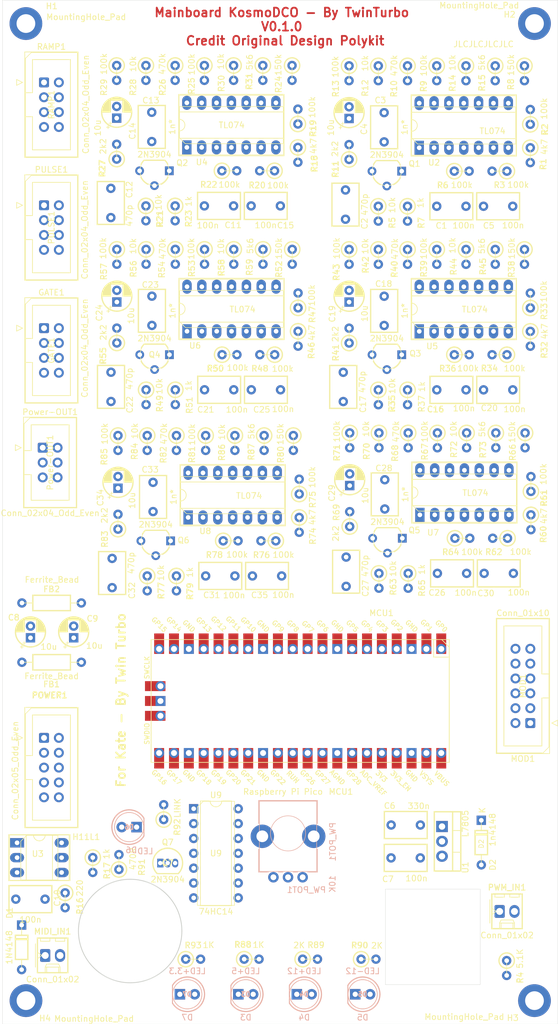
<source format=kicad_pcb>
(kicad_pcb (version 20171130) (host pcbnew "(5.1.7)-1")
  (title_block (title "TWINTURBPO KOSMO DCO >> Polykit Raspberry Pico DCO") (date 2023-01-28) (rev v0.1.1) (company "Twinturbo >> Jan Knipper"))
  (layers (0 F.Cu signal) (31 B.Cu signal) (34 B.Paste user) (35 F.Paste user) (36 B.SilkS user) (37 F.SilkS user) (38 B.Mask user) (39 F.Mask user) (44 Edge.Cuts user))
  (net 0 "")
  (net 1 GND)
  (net 2 "Net-(C1-Pad1)")
  (net 3 RESET0)
  (net 4 "Net-(C2-Pad1)")
  (net 5 "Net-(C3-Pad2)")
  (net 6 "Net-(C3-Pad1)")
  (net 7 "Net-(C4-Pad2)")
  (net 8 "Net-(MCU1-Pad43)")
  (net 9 "Net-(MCU1-Pad41)")
  (net 10 RESET5)
  (net 11 RANGE_PWM5)
  (net 12 "Net-(MCU1-Pad26)")
  (net 13 "Net-(MCU1-Pad27)")
  (net 14 "Net-(MCU1-Pad29)")
  (net 15 "Net-(MCU1-Pad30)")
  (net 16 "Net-(MCU1-Pad31)")
  (net 17 "Net-(MCU1-Pad32)")
  (net 18 "Net-(MCU1-Pad33)")
  (net 19 "Net-(MCU1-Pad34)")
  (net 20 "Net-(MCU1-Pad35)")
  (net 21 "Net-(MCU1-Pad37)")
  (net 22 "Net-(MCU1-Pad39)")
  (net 23 +5V)
  (net 24 RANGE_PWM4)
  (net 25 RESET4)
  (net 26 RANGE_PWM3)
  (net 27 RESET3)
  (net 28 RANGE_PWM2)
  (net 29 RESET2)
  (net 30 RANGE_PWM1)
  (net 31 RESET1)
  (net 32 RANGE_PWM0)
  (net 33 "Net-(MCU1-Pad1)")
  (net 34 "Net-(Q1-Pad3)")
  (net 35 "Net-(Q1-Pad2)")
  (net 36 "Net-(R2-Pad1)")
  (net 37 "Net-(R3-Pad1)")
  (net 38 "Net-(R10-Pad1)")
  (net 39 PWM_IN)
  (net 40 "Net-(R12-Pad1)")
  (net 41 "Net-(R14-Pad2)")
  (net 42 PULSE_OUT0)
  (net 43 PW_POT)
  (net 44 +12V)
  (net 45 -12V)
  (net 46 "Net-(FB1-Pad1)")
  (net 47 "Net-(FB2-Pad1)")
  (net 48 +3V3)
  (net 49 "Net-(D1-Pad1)")
  (net 50 RX)
  (net 51 "Net-(U3-Pad3)")
  (net 52 "Net-(PW_POT1-Pad3)")
  (net 53 RAMP_OUT0)
  (net 54 "Net-(C11-Pad1)")
  (net 55 "Net-(C12-Pad1)")
  (net 56 "Net-(C13-Pad2)")
  (net 57 "Net-(C13-Pad1)")
  (net 58 "Net-(C14-Pad2)")
  (net 59 PULSE_OUT1)
  (net 60 "Net-(Q2-Pad3)")
  (net 61 "Net-(Q2-Pad2)")
  (net 62 "Net-(R19-Pad1)")
  (net 63 "Net-(R20-Pad1)")
  (net 64 "Net-(R24-Pad2)")
  (net 65 "Net-(R28-Pad1)")
  (net 66 "Net-(R30-Pad2)")
  (net 67 RAMP_OUT1)
  (net 68 "Net-(C16-Pad1)")
  (net 69 "Net-(C17-Pad1)")
  (net 70 "Net-(C18-Pad2)")
  (net 71 "Net-(C18-Pad1)")
  (net 72 "Net-(C19-Pad2)")
  (net 73 "Net-(C21-Pad1)")
  (net 74 "Net-(C22-Pad1)")
  (net 75 "Net-(C23-Pad2)")
  (net 76 "Net-(C23-Pad1)")
  (net 77 "Net-(C24-Pad2)")
  (net 78 "Net-(C26-Pad1)")
  (net 79 "Net-(C27-Pad1)")
  (net 80 "Net-(C28-Pad2)")
  (net 81 "Net-(C28-Pad1)")
  (net 82 "Net-(C29-Pad2)")
  (net 83 "Net-(C31-Pad1)")
  (net 84 "Net-(C32-Pad1)")
  (net 85 "Net-(C33-Pad2)")
  (net 86 "Net-(C33-Pad1)")
  (net 87 "Net-(C34-Pad2)")
  (net 88 PULSE_OUT5)
  (net 89 PULSE_OUT4)
  (net 90 PULSE_OUT3)
  (net 91 PULSE_OUT2)
  (net 92 "Net-(Q3-Pad3)")
  (net 93 "Net-(Q3-Pad2)")
  (net 94 "Net-(Q4-Pad3)")
  (net 95 "Net-(Q4-Pad2)")
  (net 96 "Net-(Q5-Pad3)")
  (net 97 "Net-(Q5-Pad2)")
  (net 98 "Net-(Q6-Pad3)")
  (net 99 "Net-(Q6-Pad2)")
  (net 100 "Net-(R33-Pad1)")
  (net 101 "Net-(R34-Pad1)")
  (net 102 "Net-(R38-Pad2)")
  (net 103 "Net-(R42-Pad1)")
  (net 104 "Net-(R44-Pad2)")
  (net 105 "Net-(R47-Pad1)")
  (net 106 "Net-(R48-Pad1)")
  (net 107 "Net-(R52-Pad2)")
  (net 108 "Net-(R56-Pad1)")
  (net 109 "Net-(R58-Pad2)")
  (net 110 "Net-(R61-Pad1)")
  (net 111 "Net-(R62-Pad1)")
  (net 112 "Net-(R66-Pad2)")
  (net 113 "Net-(R70-Pad1)")
  (net 114 "Net-(R72-Pad2)")
  (net 115 "Net-(R75-Pad1)")
  (net 116 "Net-(R76-Pad1)")
  (net 117 "Net-(R80-Pad2)")
  (net 118 "Net-(R84-Pad1)")
  (net 119 "Net-(R86-Pad2)")
  (net 120 RAMP_OUT5)
  (net 121 RAMP_OUT4)
  (net 122 RAMP_OUT3)
  (net 123 RAMP_OUT2)
  (net 124 "Net-(D3-Pad1)")
  (net 125 "Net-(D4-Pad1)")
  (net 126 "Net-(D5-Pad2)")
  (net 127 "Net-(D1-Pad2)")
  (net 128 "Net-(H1-Pad1)")
  (net 129 "Net-(MIDI_IN1-Pad2)")
  (net 130 "Net-(D6-Pad2)")
  (net 131 "Net-(D6-Pad1)")
  (net 132 "Net-(Q7-Pad2)")
  (net 133 "Net-(R17-Pad2)")
  (net 134 "Net-(U9-Pad2)")
  (net 135 GATE_OUT2)
  (net 136 GATE_OUT1)
  (net 137 GATE_OUT3)
  (net 138 GATE_OUT0)
  (net 139 "Net-(D7-Pad1)")
  (net 140 "Net-(MOD1-Pad12)")
  (net 141 "Net-(MOD1-Pad10)")
  (net 142 "Net-(MOD1-Pad8)")
  (net 143 "Net-(MOD1-Pad6)")
  (net 144 "Net-(MOD1-Pad4)")
  (net 145 "Net-(MOD1-Pad2)")
  (module GITS:RPi_Pico_SMD_TH (layer F.Cu) (at 92.582 138.873 270)
    (fp_text reference MCU1 (at 15.506 -6.968 180) (layer F.SilkS))
    (fp_text value "Raspberry Pi Pico" (at 15.506 2.944 180) (layer F.SilkS))
    (fp_text user %R (at -15.033 -13.903) (layer F.SilkS))
    (fp_text user GP1 (at -12.9 -21.6 135) (layer F.SilkS) (effects (font (size 0.8 0.8))))
    (fp_text user GP2 (at -12.9 -16.51 135) (layer F.SilkS) (effects (font (size 0.8 0.8))))
    (fp_text user GP0 (at -12.8 -24.13 135) (layer F.SilkS) (effects (font (size 0.8 0.8))))
    (fp_text user GP3 (at -12.8 -13.97 135) (layer F.SilkS) (effects (font (size 0.8 0.8))))
    (fp_text user GP4 (at -12.8 -11.43 135) (layer F.SilkS) (effects (font (size 0.8 0.8))))
    (fp_text user GP5 (at -12.8 -8.89 135) (layer F.SilkS) (effects (font (size 0.8 0.8))))
    (fp_text user GP6 (at -12.8 -3.81 135) (layer F.SilkS) (effects (font (size 0.8 0.8))))
    (fp_text user GP7 (at -12.7 -1.3 135) (layer F.SilkS) (effects (font (size 0.8 0.8))))
    (fp_text user GP8 (at -12.8 1.27 135) (layer F.SilkS) (effects (font (size 0.8 0.8))))
    (fp_text user GP9 (at -12.8 3.81 135) (layer F.SilkS) (effects (font (size 0.8 0.8))))
    (fp_text user GP10 (at -13.054 8.89 135) (layer F.SilkS) (effects (font (size 0.8 0.8))))
    (fp_text user GP11 (at -13.2 11.43 135) (layer F.SilkS) (effects (font (size 0.8 0.8))))
    (fp_text user GP12 (at -13.2 13.97 135) (layer F.SilkS) (effects (font (size 0.8 0.8))))
    (fp_text user GP13 (at -13.054 16.51 135) (layer F.SilkS) (effects (font (size 0.8 0.8))))
    (fp_text user GP14 (at -13.1 21.59 135) (layer F.SilkS) (effects (font (size 0.8 0.8))))
    (fp_text user GP15 (at -13.054 24.13 135) (layer F.SilkS) (effects (font (size 0.8 0.8))))
    (fp_text user GP16 (at 13.054 24.13 135) (layer F.SilkS) (effects (font (size 0.8 0.8))))
    (fp_text user GP17 (at 13.054 21.59 135) (layer F.SilkS) (effects (font (size 0.8 0.8))))
    (fp_text user GP18 (at 13.054 16.51 135) (layer F.SilkS) (effects (font (size 0.8 0.8))))
    (fp_text user GP19 (at 13.054 13.97 135) (layer F.SilkS) (effects (font (size 0.8 0.8))))
    (fp_text user GP20 (at 13.054 11.43 135) (layer F.SilkS) (effects (font (size 0.8 0.8))))
    (fp_text user GP21 (at 13.054 8.9 135) (layer F.SilkS) (effects (font (size 0.8 0.8))))
    (fp_text user GP22 (at 13.054 3.81 135) (layer F.SilkS) (effects (font (size 0.8 0.8))))
    (fp_text user RUN (at 13 1.27 135) (layer F.SilkS) (effects (font (size 0.8 0.8))))
    (fp_text user GP26 (at 13.054 -1.27 135) (layer F.SilkS) (effects (font (size 0.8 0.8))))
    (fp_text user GP27 (at 13.054 -3.8 135) (layer F.SilkS) (effects (font (size 0.8 0.8))))
    (fp_text user GP28 (at 13.054 -9.144 135) (layer F.SilkS) (effects (font (size 0.8 0.8))))
    (fp_text user ADC_VREF (at 14 -12.5 135) (layer F.SilkS) (effects (font (size 0.8 0.8))))
    (fp_text user 3V3 (at 12.9 -13.9 135) (layer F.SilkS) (effects (font (size 0.8 0.8))))
    (fp_text user 3V3_EN (at 13.7 -17.2 135) (layer F.SilkS) (effects (font (size 0.8 0.8))))
    (fp_text user VSYS (at 13.2 -21.59 135) (layer F.SilkS) (effects (font (size 0.8 0.8))))
    (fp_text user VBUS (at 13.3 -24.2 135) (layer F.SilkS) (effects (font (size 0.8 0.8))))
    (fp_text user GND (at -12.8 -19.05 135) (layer F.SilkS) (effects (font (size 0.8 0.8))))
    (fp_text user GND (at -12.8 -6.35 135) (layer F.SilkS) (effects (font (size 0.8 0.8))))
    (fp_text user GND (at -12.8 6.35 135) (layer F.SilkS) (effects (font (size 0.8 0.8))))
    (fp_text user GND (at -12.8 19.05 135) (layer F.SilkS) (effects (font (size 0.8 0.8))))
    (fp_text user GND (at 12.8 19.05 135) (layer F.SilkS) (effects (font (size 0.8 0.8))))
    (fp_text user GND (at 12.8 6.35 135) (layer F.SilkS) (effects (font (size 0.8 0.8))))
    (fp_text user GND (at 12.8 -19.05 135) (layer F.SilkS) (effects (font (size 0.8 0.8))))
    (fp_text user AGND (at 13.054 -6.35 135) (layer F.SilkS) (effects (font (size 0.8 0.8))))
    (fp_text user SWCLK (at -5.7 26.2 90) (layer F.SilkS) (effects (font (size 0.8 0.8))))
    (fp_text user SWDIO (at 5.6 26.2 90) (layer F.SilkS) (effects (font (size 0.8 0.8))))
    (pad 1 thru_hole oval (at -8.89 -24.13 270) (size 1.7 1.7) (drill 1.02) (layers *.Cu *.Mask) (net 33 "Net-(MCU1-Pad1)"))
    (pad 2 thru_hole oval (at -8.89 -21.59 270) (size 1.7 1.7) (drill 1.02) (layers *.Cu *.Mask) (net 50 RX))
    (pad 3 thru_hole rect (at -8.89 -19.05 270) (size 1.7 1.7) (drill 1.02) (layers *.Cu *.Mask) (net 1 GND))
    (pad 4 thru_hole oval (at -8.89 -16.51 270) (size 1.7 1.7) (drill 1.02) (layers *.Cu *.Mask) (net 138 GATE_OUT0))
    (pad 5 thru_hole oval (at -8.89 -13.97 270) (size 1.7 1.7) (drill 1.02) (layers *.Cu *.Mask) (net 136 GATE_OUT1))
    (pad 6 thru_hole oval (at -8.89 -11.43 270) (size 1.7 1.7) (drill 1.02) (layers *.Cu *.Mask) (net 135 GATE_OUT2))
    (pad 7 thru_hole oval (at -8.89 -8.89 270) (size 1.7 1.7) (drill 1.02) (layers *.Cu *.Mask) (net 137 GATE_OUT3))
    (pad 8 thru_hole rect (at -8.89 -6.35 270) (size 1.7 1.7) (drill 1.02) (layers *.Cu *.Mask) (net 1 GND))
    (pad 9 thru_hole oval (at -8.89 -3.81 270) (size 1.7 1.7) (drill 1.02) (layers *.Cu *.Mask) (net 136 GATE_OUT1))
    (pad 10 thru_hole oval (at -8.89 -1.27 270) (size 1.7 1.7) (drill 1.02) (layers *.Cu *.Mask) (net 135 GATE_OUT2))
    (pad 11 thru_hole oval (at -8.89 1.27 270) (size 1.7 1.7) (drill 1.02) (layers *.Cu *.Mask) (net 31 RESET1))
    (pad 12 thru_hole oval (at -8.89 3.81 270) (size 1.7 1.7) (drill 1.02) (layers *.Cu *.Mask) (net 27 RESET3))
    (pad 13 thru_hole rect (at -8.89 6.35 270) (size 1.7 1.7) (drill 1.02) (layers *.Cu *.Mask) (net 1 GND))
    (pad 14 thru_hole oval (at -8.89 8.89 270) (size 1.7 1.7) (drill 1.02) (layers *.Cu *.Mask) (net 10 RESET5))
    (pad 15 thru_hole oval (at -8.89 11.43 270) (size 1.7 1.7) (drill 1.02) (layers *.Cu *.Mask) (net 25 RESET4))
    (pad 16 thru_hole oval (at -8.89 13.97 270) (size 1.7 1.7) (drill 1.02) (layers *.Cu *.Mask) (net 29 RESET2))
    (pad 17 thru_hole oval (at -8.89 16.51 270) (size 1.7 1.7) (drill 1.02) (layers *.Cu *.Mask) (net 3 RESET0))
    (pad 18 thru_hole rect (at -8.89 19.05 270) (size 1.7 1.7) (drill 1.02) (layers *.Cu *.Mask) (net 1 GND))
    (pad 19 thru_hole oval (at -8.89 21.59 270) (size 1.7 1.7) (drill 1.02) (layers *.Cu *.Mask) (net 24 RANGE_PWM4))
    (pad 20 thru_hole oval (at -8.89 24.13 270) (size 1.7 1.7) (drill 1.02) (layers *.Cu *.Mask) (net 28 RANGE_PWM2))
    (pad 21 thru_hole oval (at 8.89 24.13 270) (size 1.7 1.7) (drill 1.02) (layers *.Cu *.Mask) (net 32 RANGE_PWM0))
    (pad 22 thru_hole oval (at 8.89 21.59 270) (size 1.7 1.7) (drill 1.02) (layers *.Cu *.Mask) (net 11 RANGE_PWM5))
    (pad 23 thru_hole rect (at 8.89 19.05 270) (size 1.7 1.7) (drill 1.02) (layers *.Cu *.Mask) (net 1 GND))
    (pad 24 thru_hole oval (at 8.89 16.51 270) (size 1.7 1.7) (drill 1.02) (layers *.Cu *.Mask) (net 26 RANGE_PWM3))
    (pad 25 thru_hole oval (at 8.89 13.97 270) (size 1.7 1.7) (drill 1.02) (layers *.Cu *.Mask) (net 30 RANGE_PWM1))
    (pad 26 thru_hole oval (at 8.89 11.43 270) (size 1.7 1.7) (drill 1.02) (layers *.Cu *.Mask) (net 12 "Net-(MCU1-Pad26)"))
    (pad 27 thru_hole oval (at 8.89 8.89 270) (size 1.7 1.7) (drill 1.02) (layers *.Cu *.Mask) (net 13 "Net-(MCU1-Pad27)"))
    (pad 28 thru_hole rect (at 8.89 6.35 270) (size 1.7 1.7) (drill 1.02) (layers *.Cu *.Mask) (net 1 GND))
    (pad 29 thru_hole oval (at 8.89 3.81 270) (size 1.7 1.7) (drill 1.02) (layers *.Cu *.Mask) (net 14 "Net-(MCU1-Pad29)"))
    (pad 30 thru_hole oval (at 8.89 1.27 270) (size 1.7 1.7) (drill 1.02) (layers *.Cu *.Mask) (net 15 "Net-(MCU1-Pad30)"))
    (pad 31 thru_hole oval (at 8.89 -1.27 270) (size 1.7 1.7) (drill 1.02) (layers *.Cu *.Mask) (net 16 "Net-(MCU1-Pad31)"))
    (pad 32 thru_hole oval (at 8.89 -3.81 270) (size 1.7 1.7) (drill 1.02) (layers *.Cu *.Mask) (net 17 "Net-(MCU1-Pad32)"))
    (pad 33 thru_hole rect (at 8.89 -6.35 270) (size 1.7 1.7) (drill 1.02) (layers *.Cu *.Mask) (net 18 "Net-(MCU1-Pad33)"))
    (pad 34 thru_hole oval (at 8.89 -8.89 270) (size 1.7 1.7) (drill 1.02) (layers *.Cu *.Mask) (net 19 "Net-(MCU1-Pad34)"))
    (pad 35 thru_hole oval (at 8.89 -11.43 270) (size 1.7 1.7) (drill 1.02) (layers *.Cu *.Mask) (net 20 "Net-(MCU1-Pad35)"))
    (pad 36 thru_hole oval (at 8.89 -13.97 270) (size 1.7 1.7) (drill 1.02) (layers *.Cu *.Mask) (net 48 +3V3))
    (pad 37 thru_hole oval (at 8.89 -16.51 270) (size 1.7 1.7) (drill 1.02) (layers *.Cu *.Mask) (net 21 "Net-(MCU1-Pad37)"))
    (pad 38 thru_hole rect (at 8.89 -19.05 270) (size 1.7 1.7) (drill 1.02) (layers *.Cu *.Mask) (net 1 GND))
    (pad 39 thru_hole oval (at 8.89 -21.59 270) (size 1.7 1.7) (drill 1.02) (layers *.Cu *.Mask) (net 22 "Net-(MCU1-Pad39)"))
    (pad 40 thru_hole oval (at 8.89 -24.13 270) (size 1.7 1.7) (drill 1.02) (layers *.Cu *.Mask) (net 23 +5V))
    (pad 1 smd rect (at -8.89 -24.13 270) (size 3.5 1.7) (drill (offset -0.9 0)) (layers F.Cu F.Mask) (net 33 "Net-(MCU1-Pad1)"))
    (pad 2 smd rect (at -8.89 -21.59 270) (size 3.5 1.7) (drill (offset -0.9 0)) (layers F.Cu F.Mask) (net 50 RX))
    (pad 3 smd rect (at -8.89 -19.05 270) (size 3.5 1.7) (drill (offset -0.9 0)) (layers F.Cu F.Mask) (net 1 GND))
    (pad 4 smd rect (at -8.89 -16.51 270) (size 3.5 1.7) (drill (offset -0.9 0)) (layers F.Cu F.Mask) (net 138 GATE_OUT0))
    (pad 5 smd rect (at -8.89 -13.97 270) (size 3.5 1.7) (drill (offset -0.9 0)) (layers F.Cu F.Mask) (net 136 GATE_OUT1))
    (pad 6 smd rect (at -8.89 -11.43 270) (size 3.5 1.7) (drill (offset -0.9 0)) (layers F.Cu F.Mask) (net 135 GATE_OUT2))
    (pad 7 smd rect (at -8.89 -8.89 270) (size 3.5 1.7) (drill (offset -0.9 0)) (layers F.Cu F.Mask) (net 137 GATE_OUT3))
    (pad 8 smd rect (at -8.89 -6.35 270) (size 3.5 1.7) (drill (offset -0.9 0)) (layers F.Cu F.Mask) (net 1 GND))
    (pad 9 smd rect (at -8.89 -3.81 270) (size 3.5 1.7) (drill (offset -0.9 0)) (layers F.Cu F.Mask) (net 136 GATE_OUT1))
    (pad 10 smd rect (at -8.89 -1.27 270) (size 3.5 1.7) (drill (offset -0.9 0)) (layers F.Cu F.Mask) (net 135 GATE_OUT2))
    (pad 11 smd rect (at -8.89 1.27 270) (size 3.5 1.7) (drill (offset -0.9 0)) (layers F.Cu F.Mask) (net 31 RESET1))
    (pad 12 smd rect (at -8.89 3.81 270) (size 3.5 1.7) (drill (offset -0.9 0)) (layers F.Cu F.Mask) (net 27 RESET3))
    (pad 13 smd rect (at -8.89 6.35 270) (size 3.5 1.7) (drill (offset -0.9 0)) (layers F.Cu F.Mask) (net 1 GND))
    (pad 14 smd rect (at -8.89 8.89 270) (size 3.5 1.7) (drill (offset -0.9 0)) (layers F.Cu F.Mask) (net 10 RESET5))
    (pad 15 smd rect (at -8.89 11.43 270) (size 3.5 1.7) (drill (offset -0.9 0)) (layers F.Cu F.Mask) (net 25 RESET4))
    (pad 16 smd rect (at -8.89 13.97 270) (size 3.5 1.7) (drill (offset -0.9 0)) (layers F.Cu F.Mask) (net 29 RESET2))
    (pad 17 smd rect (at -8.89 16.51 270) (size 3.5 1.7) (drill (offset -0.9 0)) (layers F.Cu F.Mask) (net 3 RESET0))
    (pad 18 smd rect (at -8.89 19.05 270) (size 3.5 1.7) (drill (offset -0.9 0)) (layers F.Cu F.Mask) (net 1 GND))
    (pad 19 smd rect (at -8.89 21.59 270) (size 3.5 1.7) (drill (offset -0.9 0)) (layers F.Cu F.Mask) (net 24 RANGE_PWM4))
    (pad 20 smd rect (at -8.89 24.13 270) (size 3.5 1.7) (drill (offset -0.9 0)) (layers F.Cu F.Mask) (net 28 RANGE_PWM2))
    (pad 40 smd rect (at 8.89 -24.13 270) (size 3.5 1.7) (drill (offset 0.9 0)) (layers F.Cu F.Mask) (net 23 +5V))
    (pad 39 smd rect (at 8.89 -21.59 270) (size 3.5 1.7) (drill (offset 0.9 0)) (layers F.Cu F.Mask) (net 22 "Net-(MCU1-Pad39)"))
    (pad 38 smd rect (at 8.89 -19.05 270) (size 3.5 1.7) (drill (offset 0.9 0)) (layers F.Cu F.Mask) (net 1 GND))
    (pad 37 smd rect (at 8.89 -16.51 270) (size 3.5 1.7) (drill (offset 0.9 0)) (layers F.Cu F.Mask) (net 21 "Net-(MCU1-Pad37)"))
    (pad 36 smd rect (at 8.89 -13.97 270) (size 3.5 1.7) (drill (offset 0.9 0)) (layers F.Cu F.Mask) (net 48 +3V3))
    (pad 35 smd rect (at 8.89 -11.43 270) (size 3.5 1.7) (drill (offset 0.9 0)) (layers F.Cu F.Mask) (net 20 "Net-(MCU1-Pad35)"))
    (pad 34 smd rect (at 8.89 -8.89 270) (size 3.5 1.7) (drill (offset 0.9 0)) (layers F.Cu F.Mask) (net 19 "Net-(MCU1-Pad34)"))
    (pad 33 smd rect (at 8.89 -6.35 270) (size 3.5 1.7) (drill (offset 0.9 0)) (layers F.Cu F.Mask) (net 18 "Net-(MCU1-Pad33)"))
    (pad 32 smd rect (at 8.89 -3.81 270) (size 3.5 1.7) (drill (offset 0.9 0)) (layers F.Cu F.Mask) (net 17 "Net-(MCU1-Pad32)"))
    (pad 31 smd rect (at 8.89 -1.27 270) (size 3.5 1.7) (drill (offset 0.9 0)) (layers F.Cu F.Mask) (net 16 "Net-(MCU1-Pad31)"))
    (pad 30 smd rect (at 8.89 1.27 270) (size 3.5 1.7) (drill (offset 0.9 0)) (layers F.Cu F.Mask) (net 15 "Net-(MCU1-Pad30)"))
    (pad 29 smd rect (at 8.89 3.81 270) (size 3.5 1.7) (drill (offset 0.9 0)) (layers F.Cu F.Mask) (net 14 "Net-(MCU1-Pad29)"))
    (pad 28 smd rect (at 8.89 6.35 270) (size 3.5 1.7) (drill (offset 0.9 0)) (layers F.Cu F.Mask) (net 1 GND))
    (pad 27 smd rect (at 8.89 8.89 270) (size 3.5 1.7) (drill (offset 0.9 0)) (layers F.Cu F.Mask) (net 13 "Net-(MCU1-Pad27)"))
    (pad 26 smd rect (at 8.89 11.43 270) (size 3.5 1.7) (drill (offset 0.9 0)) (layers F.Cu F.Mask) (net 12 "Net-(MCU1-Pad26)"))
    (pad 25 smd rect (at 8.89 13.97 270) (size 3.5 1.7) (drill (offset 0.9 0)) (layers F.Cu F.Mask) (net 30 RANGE_PWM1))
    (pad 24 smd rect (at 8.89 16.51 270) (size 3.5 1.7) (drill (offset 0.9 0)) (layers F.Cu F.Mask) (net 26 RANGE_PWM3))
    (pad 23 smd rect (at 8.89 19.05 270) (size 3.5 1.7) (drill (offset 0.9 0)) (layers F.Cu F.Mask) (net 1 GND))
    (pad 22 smd rect (at 8.89 21.59 270) (size 3.5 1.7) (drill (offset 0.9 0)) (layers F.Cu F.Mask) (net 11 RANGE_PWM5))
    (pad 21 smd rect (at 8.89 24.13 270) (size 3.5 1.7) (drill (offset 0.9 0)) (layers F.Cu F.Mask) (net 32 RANGE_PWM0))
    (pad "" np_thru_hole oval (at -2.725 -24 270) (size 1.8 1.8) (drill 1.8) (layers *.Cu *.Mask))
    (pad "" np_thru_hole oval (at 2.725 -24 270) (size 1.8 1.8) (drill 1.8) (layers *.Cu *.Mask))
    (pad "" np_thru_hole oval (at -2.425 -20.97 270) (size 1.5 1.5) (drill 1.5) (layers *.Cu *.Mask))
    (pad "" np_thru_hole oval (at 2.425 -20.97 270) (size 1.5 1.5) (drill 1.5) (layers *.Cu *.Mask))
    (pad 41 smd rect (at -2.54 23.9) (size 3.5 1.7) (drill (offset -0.9 0)) (layers F.Cu F.Mask) (net 9 "Net-(MCU1-Pad41)"))
    (pad 41 thru_hole oval (at -2.54 23.9 270) (size 1.7 1.7) (drill 1.02) (layers *.Cu *.Mask) (net 9 "Net-(MCU1-Pad41)"))
    (pad 42 smd rect (at 0 23.9) (size 3.5 1.7) (drill (offset -0.9 0)) (layers F.Cu F.Mask) (net 1 GND))
    (pad 42 thru_hole rect (at 0 23.9 270) (size 1.7 1.7) (drill 1.02) (layers *.Cu *.Mask) (net 1 GND))
    (pad 43 smd rect (at 2.54 23.9) (size 3.5 1.7) (drill (offset -0.9 0)) (layers F.Cu F.Mask) (net 8 "Net-(MCU1-Pad43)"))
    (pad 43 thru_hole oval (at 2.54 23.9 270) (size 1.7 1.7) (drill 1.02) (layers *.Cu *.Mask) (net 8 "Net-(MCU1-Pad43)"))
  )
  (module Connector_IDC:IDC-Header_2x06_P2.54mm_Vertical (layer F.Cu) (at 131.948 142.648 180)
    (fp_text reference MOD1 (at 1.27 -6.1) (layer F.SilkS))
    (fp_text value Conn_01x10 (at 1.27 18.8) (layer F.SilkS))
    (fp_text user %R (at 1.27 6.35 90) (layer F.SilkS))
    (pad 12 thru_hole circle (at 2.54 12.7 180) (size 1.7 1.7) (drill 1) (layers *.Cu *.Mask) (net 140 "Net-(MOD1-Pad12)"))
    (pad 10 thru_hole circle (at 2.54 10.16 180) (size 1.7 1.7) (drill 1) (layers *.Cu *.Mask) (net 141 "Net-(MOD1-Pad10)"))
    (pad 8 thru_hole circle (at 2.54 7.62 180) (size 1.7 1.7) (drill 1) (layers *.Cu *.Mask) (net 142 "Net-(MOD1-Pad8)"))
    (pad 6 thru_hole circle (at 2.54 5.08 180) (size 1.7 1.7) (drill 1) (layers *.Cu *.Mask) (net 143 "Net-(MOD1-Pad6)"))
    (pad 4 thru_hole circle (at 2.54 2.54 180) (size 1.7 1.7) (drill 1) (layers *.Cu *.Mask) (net 144 "Net-(MOD1-Pad4)"))
    (pad 2 thru_hole circle (at 2.54 0 180) (size 1.7 1.7) (drill 1) (layers *.Cu *.Mask) (net 145 "Net-(MOD1-Pad2)"))
    (pad 11 thru_hole circle (at 0 12.7 180) (size 1.7 1.7) (drill 1) (layers *.Cu *.Mask) (net 1 GND))
    (pad 9 thru_hole circle (at 0 10.16 180) (size 1.7 1.7) (drill 1) (layers *.Cu *.Mask) (net 14 "Net-(MCU1-Pad29)"))
    (pad 7 thru_hole circle (at 0 7.62 180) (size 1.7 1.7) (drill 1) (layers *.Cu *.Mask) (net 15 "Net-(MCU1-Pad30)"))
    (pad 5 thru_hole circle (at 0 5.08 180) (size 1.7 1.7) (drill 1) (layers *.Cu *.Mask) (net 16 "Net-(MCU1-Pad31)"))
    (pad 3 thru_hole circle (at 0 2.54 180) (size 1.7 1.7) (drill 1) (layers *.Cu *.Mask) (net 17 "Net-(MCU1-Pad32)"))
    (pad 1 thru_hole roundrect (at 0 0 180) (size 1.7 1.7) (drill 1) (layers *.Cu *.Mask) (roundrect_rratio 0.1470588235294118) (net 18 "Net-(MCU1-Pad33)"))
  )
  (module Connector_IDC:IDC-Header_2x03_P2.54mm_Vertical (layer F.Cu) (at 48.537 95.584)
    (fp_text reference Power-OUT1 (at 1.27 -6.1) (layer F.SilkS))
    (fp_text value Conn_02x04_Odd_Even (at 1.27 11.18) (layer F.SilkS))
    (fp_text user %R (at 1.27 2.54 90) (layer F.SilkS))
    (pad 6 thru_hole circle (at 2.54 5.08) (size 1.7 1.7) (drill 1) (layers *.Cu *.Mask) (net 1 GND))
    (pad 4 thru_hole circle (at 2.54 2.54) (size 1.7 1.7) (drill 1) (layers *.Cu *.Mask) (net 48 +3V3))
    (pad 2 thru_hole circle (at 2.54 0) (size 1.7 1.7) (drill 1) (layers *.Cu *.Mask) (net 45 -12V))
    (pad 5 thru_hole circle (at 0 5.08) (size 1.7 1.7) (drill 1) (layers *.Cu *.Mask) (net 1 GND))
    (pad 3 thru_hole circle (at 0 2.54) (size 1.7 1.7) (drill 1) (layers *.Cu *.Mask) (net 23 +5V))
    (pad 1 thru_hole roundrect (at 0 0) (size 1.7 1.7) (drill 1) (layers *.Cu *.Mask) (roundrect_rratio 0.1470588235294118) (net 44 +12V))
  )
  (module Resistor_THT:R_Axial_DIN0207_L6.3mm_D2.5mm_P2.54mm_Vertical (layer F.Cu) (at 73 183)
    (fp_text reference R93 (at 1.27 -2.37) (layer F.SilkS))
    (fp_text value 1K (at 3.903 -2.422) (layer F.SilkS))
    (fp_text user %R (at 1.27 -2.37) (layer F.SilkS))
    (pad 2 thru_hole oval (at 2.54 0) (size 1.6 1.6) (drill 0.8) (layers *.Cu *.Mask) (net 1 GND))
    (pad 1 thru_hole circle (at 0 0) (size 1.6 1.6) (drill 0.8) (layers *.Cu *.Mask) (net 139 "Net-(D7-Pad1)"))
  )
  (module LED_THT:LED_D5.0mm (layer B.Cu) (at 72 189)
    (fp_text reference D7 (at 1.27 3.96) (layer B.SilkS) (effects (justify mirror)))
    (fp_text value LED+3.3 (at 1.27 -3.96) (layer B.SilkS) (effects (justify mirror)))
    (fp_text user %R (at 1.25 0) (layer B.SilkS) (effects (font (size 0.8 0.8) (thickness 0.2)) (justify mirror)))
    (pad 2 thru_hole circle (at 2.54 0) (size 1.8 1.8) (drill 0.9) (layers *.Cu *.Mask) (net 48 +3V3))
    (pad 1 thru_hole rect (at 0 0) (size 1.8 1.8) (drill 0.9) (layers *.Cu *.Mask) (net 139 "Net-(D7-Pad1)"))
  )
  (module Resistor_THT:R_Axial_DIN0207_L6.3mm_D2.5mm_P2.54mm_Vertical (layer F.Cu) (at 61.574 167.67 90)
    (fp_text reference R91 (at 0.389 3.915 90) (layer F.SilkS))
    (fp_text value 470R (at 1.825 2.399 90) (layer F.SilkS))
    (fp_text user %R (at 0.389 3.898 90) (layer F.SilkS))
    (pad 2 thru_hole oval (at 2.54 0 90) (size 1.6 1.6) (drill 0.8) (layers *.Cu *.Mask) (net 130 "Net-(D6-Pad2)"))
    (pad 1 thru_hole circle (at 0 0 90) (size 1.6 1.6) (drill 0.8) (layers *.Cu *.Mask) (net 23 +5V))
  )
  (module LED_THT:LED_D5.0mm (layer B.Cu) (at 64.59 160.43 180)
    (fp_text reference D6 (at 0.895 -3.928) (layer B.SilkS) (effects (justify mirror)))
    (fp_text value LED (at -1.49 -4.117) (layer B.SilkS) (effects (justify mirror)))
    (fp_text user %R (at 1.25 0) (layer B.SilkS) (effects (font (size 0.8 0.8) (thickness 0.2)) (justify mirror)))
    (pad 2 thru_hole circle (at 2.54 0 180) (size 1.8 1.8) (drill 0.9) (layers *.Cu *.Mask) (net 130 "Net-(D6-Pad2)"))
    (pad 1 thru_hole rect (at 0 0 180) (size 1.8 1.8) (drill 0.9) (layers *.Cu *.Mask) (net 131 "Net-(D6-Pad1)"))
  )
  (module Package_DIP:DIP-14_W7.62mm (layer F.Cu) (at 74.361 157.289)
    (fp_text reference U9 (at 3.81 -2.33) (layer F.SilkS))
    (fp_text value 74HC14 (at 3.81 17.57) (layer F.SilkS))
    (fp_text user %R (at 3.81 7.62) (layer F.SilkS))
    (pad 14 thru_hole oval (at 7.62 0) (size 1.6 1.6) (drill 0.8) (layers *.Cu *.Mask) (net 48 +3V3))
    (pad 7 thru_hole oval (at 0 15.24) (size 1.6 1.6) (drill 0.8) (layers *.Cu *.Mask) (net 1 GND))
    (pad 13 thru_hole oval (at 7.62 2.54) (size 1.6 1.6) (drill 0.8) (layers *.Cu *.Mask))
    (pad 6 thru_hole oval (at 0 12.7) (size 1.6 1.6) (drill 0.8) (layers *.Cu *.Mask) (net 132 "Net-(Q7-Pad2)"))
    (pad 12 thru_hole oval (at 7.62 5.08) (size 1.6 1.6) (drill 0.8) (layers *.Cu *.Mask))
    (pad 5 thru_hole oval (at 0 10.16) (size 1.6 1.6) (drill 0.8) (layers *.Cu *.Mask) (net 133 "Net-(R17-Pad2)"))
    (pad 11 thru_hole oval (at 7.62 7.62) (size 1.6 1.6) (drill 0.8) (layers *.Cu *.Mask))
    (pad 4 thru_hole oval (at 0 7.62) (size 1.6 1.6) (drill 0.8) (layers *.Cu *.Mask) (net 50 RX))
    (pad 10 thru_hole oval (at 7.62 10.16) (size 1.6 1.6) (drill 0.8) (layers *.Cu *.Mask))
    (pad 3 thru_hole oval (at 0 5.08) (size 1.6 1.6) (drill 0.8) (layers *.Cu *.Mask) (net 134 "Net-(U9-Pad2)"))
    (pad 9 thru_hole oval (at 7.62 12.7) (size 1.6 1.6) (drill 0.8) (layers *.Cu *.Mask))
    (pad 2 thru_hole oval (at 0 2.54) (size 1.6 1.6) (drill 0.8) (layers *.Cu *.Mask) (net 134 "Net-(U9-Pad2)"))
    (pad 8 thru_hole oval (at 7.62 15.24) (size 1.6 1.6) (drill 0.8) (layers *.Cu *.Mask))
    (pad 1 thru_hole rect (at 0 0) (size 1.6 1.6) (drill 0.8) (layers *.Cu *.Mask) (net 133 "Net-(R17-Pad2)"))
  )
  (module Resistor_THT:R_Axial_DIN0207_L6.3mm_D2.5mm_P2.54mm_Vertical (layer F.Cu) (at 69.234 159.144 90)
    (fp_text reference R92 (at -1.263 2.31 90) (layer F.SilkS))
    (fp_text value LINK (at 1.962 2.354 90) (layer F.SilkS))
    (fp_text user %R (at -1.307 2.31 90) (layer F.SilkS))
    (pad 2 thru_hole oval (at 2.54 0 90) (size 1.6 1.6) (drill 0.8) (layers *.Cu *.Mask) (net 50 RX))
    (pad 1 thru_hole circle (at 0 0 90) (size 1.6 1.6) (drill 0.8) (layers *.Cu *.Mask) (net 133 "Net-(R17-Pad2)"))
  )
  (module Package_TO_SOT_THT:TO-92_Inline (layer F.Cu) (at 68.65 166.578)
    (fp_text reference Q7 (at 1.27 -3.56) (layer F.SilkS))
    (fp_text value 2N3904 (at 1.27 2.79) (layer F.SilkS))
    (fp_text user %R (at 1.27 0) (layer F.SilkS))
    (pad 1 thru_hole rect (at 0 0) (size 1.05 1.5) (drill 0.75) (layers *.Cu *.Mask) (net 1 GND))
    (pad 3 thru_hole oval (at 2.54 0) (size 1.05 1.5) (drill 0.75) (layers *.Cu *.Mask) (net 131 "Net-(D6-Pad1)"))
    (pad 2 thru_hole oval (at 1.27 0) (size 1.05 1.5) (drill 0.75) (layers *.Cu *.Mask) (net 132 "Net-(Q7-Pad2)"))
  )
  (module Connector_Molex:Molex_KK-254_AE-6410-02A_1x02_P2.54mm_Vertical (layer F.Cu) (at 126.696 174.841)
    (fp_text reference PWM_IN1 (at 1.27 -4.12) (layer F.SilkS))
    (fp_text value Conn_01x02 (at 1.27 4.08) (layer F.SilkS))
    (fp_text user %R (at 1.261 -4.085) (layer F.SilkS))
    (pad 2 thru_hole oval (at 2.54 0) (size 1.74 2.19) (drill 1.19) (layers *.Cu *.Mask) (net 39 PWM_IN))
    (pad 1 thru_hole roundrect (at 0 0) (size 1.74 2.19) (drill 1.19) (layers *.Cu *.Mask) (roundrect_rratio 0.1436775862068966) (net 1 GND))
  )
  (module Connector_IDC:IDC-Header_2x05_P2.54mm_Vertical (layer F.Cu) (at 48.759 145.179)
    (fp_text reference POWER1 (at 0.915 -7.244) (layer F.SilkS))
    (fp_text value Conn_02x05_Odd_Even (at -4.924 5.602 90) (layer F.SilkS))
    (fp_text user %R (at 0.998 -7.327 180) (layer F.SilkS))
    (pad 10 thru_hole circle (at 2.54 10.16) (size 1.7 1.7) (drill 1) (layers *.Cu *.Mask) (net 46 "Net-(FB1-Pad1)"))
    (pad 8 thru_hole circle (at 2.54 7.62) (size 1.7 1.7) (drill 1) (layers *.Cu *.Mask) (net 1 GND))
    (pad 6 thru_hole circle (at 2.54 5.08) (size 1.7 1.7) (drill 1) (layers *.Cu *.Mask) (net 1 GND))
    (pad 4 thru_hole circle (at 2.54 2.54) (size 1.7 1.7) (drill 1) (layers *.Cu *.Mask) (net 1 GND))
    (pad 2 thru_hole circle (at 2.54 0) (size 1.7 1.7) (drill 1) (layers *.Cu *.Mask) (net 47 "Net-(FB2-Pad1)"))
    (pad 9 thru_hole circle (at 0 10.16) (size 1.7 1.7) (drill 1) (layers *.Cu *.Mask) (net 46 "Net-(FB1-Pad1)"))
    (pad 7 thru_hole circle (at 0 7.62) (size 1.7 1.7) (drill 1) (layers *.Cu *.Mask) (net 1 GND))
    (pad 5 thru_hole circle (at 0 5.08) (size 1.7 1.7) (drill 1) (layers *.Cu *.Mask) (net 1 GND))
    (pad 3 thru_hole circle (at 0 2.54) (size 1.7 1.7) (drill 1) (layers *.Cu *.Mask) (net 1 GND))
    (pad 1 thru_hole roundrect (at 0 0) (size 1.7 1.7) (drill 1) (layers *.Cu *.Mask) (roundrect_rratio 0.1470588235294118) (net 47 "Net-(FB2-Pad1)"))
  )
  (module Connector_IDC:IDC-Header_2x04_P2.54mm_Vertical (layer F.Cu) (at 48.759 33.153)
    (fp_text reference RAMP1 (at 1.27 -6.1) (layer F.SilkS))
    (fp_text value Conn_02x04_Odd_Even (at 7.147 3.756 90) (layer F.SilkS))
    (fp_text user %R (at 1.27 3.81 90) (layer F.SilkS))
    (pad 8 thru_hole circle (at 2.54 7.62) (size 1.7 1.7) (drill 1) (layers *.Cu *.Mask) (net 1 GND))
    (pad 6 thru_hole circle (at 2.54 5.08) (size 1.7 1.7) (drill 1) (layers *.Cu *.Mask) (net 120 RAMP_OUT5))
    (pad 4 thru_hole circle (at 2.54 2.54) (size 1.7 1.7) (drill 1) (layers *.Cu *.Mask) (net 121 RAMP_OUT4))
    (pad 2 thru_hole circle (at 2.54 0) (size 1.7 1.7) (drill 1) (layers *.Cu *.Mask) (net 122 RAMP_OUT3))
    (pad 7 thru_hole circle (at 0 7.62) (size 1.7 1.7) (drill 1) (layers *.Cu *.Mask) (net 1 GND))
    (pad 5 thru_hole circle (at 0 5.08) (size 1.7 1.7) (drill 1) (layers *.Cu *.Mask) (net 123 RAMP_OUT2))
    (pad 3 thru_hole circle (at 0 2.54) (size 1.7 1.7) (drill 1) (layers *.Cu *.Mask) (net 67 RAMP_OUT1))
    (pad 1 thru_hole roundrect (at 0 0) (size 1.7 1.7) (drill 1) (layers *.Cu *.Mask) (roundrect_rratio 0.1470588235294118) (net 53 RAMP_OUT0))
  )
  (module Resistor_THT:R_Axial_DIN0207_L6.3mm_D2.5mm_P2.54mm_Vertical (layer F.Cu) (at 103 183)
    (fp_text reference R90 (at -0.272 -2.371) (layer F.SilkS))
    (fp_text value 2K (at 2.706 -2.313) (layer F.SilkS))
    (fp_text user %R (at -0.214 -2.371) (layer F.SilkS))
    (pad 2 thru_hole oval (at 2.54 0) (size 1.6 1.6) (drill 0.8) (layers *.Cu *.Mask) (net 126 "Net-(D5-Pad2)"))
    (pad 1 thru_hole circle (at 0 0) (size 1.6 1.6) (drill 0.8) (layers *.Cu *.Mask) (net 1 GND))
  )
  (module Resistor_THT:R_Axial_DIN0207_L6.3mm_D2.5mm_P2.54mm_Vertical (layer F.Cu) (at 93 183)
    (fp_text reference R89 (at 2.284 -2.428) (layer F.SilkS))
    (fp_text value 2K (at -0.607 -2.37) (layer F.SilkS))
    (fp_text user %R (at 2.284 -2.399) (layer F.SilkS))
    (pad 2 thru_hole oval (at 2.54 0) (size 1.6 1.6) (drill 0.8) (layers *.Cu *.Mask) (net 1 GND))
    (pad 1 thru_hole circle (at 0 0) (size 1.6 1.6) (drill 0.8) (layers *.Cu *.Mask) (net 125 "Net-(D4-Pad1)"))
  )
  (module Connector_IDC:IDC-Header_2x04_P2.54mm_Vertical (layer F.Cu) (at 48.759 54.153)
    (fp_text reference PULSE1 (at 1.27 -6.1) (layer F.SilkS))
    (fp_text value Conn_02x04_Odd_Even (at 6.962 4.19 90) (layer F.SilkS))
    (fp_text user %R (at 1.27 3.81 90) (layer F.SilkS))
    (pad 8 thru_hole circle (at 2.54 7.62) (size 1.7 1.7) (drill 1) (layers *.Cu *.Mask) (net 1 GND))
    (pad 6 thru_hole circle (at 2.54 5.08) (size 1.7 1.7) (drill 1) (layers *.Cu *.Mask) (net 88 PULSE_OUT5))
    (pad 4 thru_hole circle (at 2.54 2.54) (size 1.7 1.7) (drill 1) (layers *.Cu *.Mask) (net 89 PULSE_OUT4))
    (pad 2 thru_hole circle (at 2.54 0) (size 1.7 1.7) (drill 1) (layers *.Cu *.Mask) (net 90 PULSE_OUT3))
    (pad 7 thru_hole circle (at 0 7.62) (size 1.7 1.7) (drill 1) (layers *.Cu *.Mask) (net 1 GND))
    (pad 5 thru_hole circle (at 0 5.08) (size 1.7 1.7) (drill 1) (layers *.Cu *.Mask) (net 91 PULSE_OUT2))
    (pad 3 thru_hole circle (at 0 2.54) (size 1.7 1.7) (drill 1) (layers *.Cu *.Mask) (net 59 PULSE_OUT1))
    (pad 1 thru_hole roundrect (at 0 0) (size 1.7 1.7) (drill 1) (layers *.Cu *.Mask) (roundrect_rratio 0.1470588235294118) (net 42 PULSE_OUT0))
  )
  (module Connector_Molex:Molex_KK-254_AE-6410-02A_1x02_P2.54mm_Vertical (layer F.Cu) (at 48.965 182.371)
    (fp_text reference MIDI_IN1 (at 1.27 -4.12) (layer F.SilkS))
    (fp_text value Conn_01x02 (at 1.27 4.08) (layer F.SilkS))
    (fp_text user %R (at 1.253 -4.081) (layer F.SilkS))
    (pad 2 thru_hole oval (at 2.54 0) (size 1.74 2.19) (drill 1.19) (layers *.Cu *.Mask) (net 129 "Net-(MIDI_IN1-Pad2)"))
    (pad 1 thru_hole roundrect (at 0 0) (size 1.74 2.19) (drill 1.19) (layers *.Cu *.Mask) (roundrect_rratio 0.1436775862068966) (net 127 "Net-(D1-Pad2)"))
  )
  (module MountingHole:MountingHole_3.2mm_M3_DIN965_Pad (layer F.Cu) (at 45.674 190.089)
    (fp_text reference H4 (at 3.261 3.019) (layer F.SilkS))
    (fp_text value MountingHole_Pad (at 11.653 3.09) (layer F.SilkS))
    (fp_text user %R (at 0.3 0) (layer F.SilkS))
    (pad 1 thru_hole circle (at 0 0) (size 5.6 5.6) (drill 3.2) (layers *.Cu *.Mask) (net 128 "Net-(H1-Pad1)"))
  )
  (module MountingHole:MountingHole_3.2mm_M3_DIN965_Pad (layer F.Cu) (at 132.66 190.087)
    (fp_text reference H3 (at -3.712 2.961) (layer F.SilkS))
    (fp_text value MountingHole_Pad (at -11.992 2.777) (layer F.SilkS))
    (fp_text user %R (at 0.3 0) (layer F.SilkS))
    (pad 1 thru_hole circle (at 0 0) (size 5.6 5.6) (drill 3.2) (layers *.Cu *.Mask) (net 128 "Net-(H1-Pad1)"))
  )
  (module MountingHole:MountingHole_3.2mm_M3_DIN965_Pad (layer F.Cu) (at 132.662 23.093)
    (fp_text reference H2 (at -4.263 -1.546) (layer F.SilkS))
    (fp_text value MountingHole_Pad (at -9.449 -3.096) (layer F.SilkS))
    (fp_text user %R (at 0.3 0) (layer F.SilkS))
    (pad 1 thru_hole circle (at 0 0) (size 5.6 5.6) (drill 3.2) (layers *.Cu *.Mask) (net 128 "Net-(H1-Pad1)"))
  )
  (module MountingHole:MountingHole_3.2mm_M3_DIN965_Pad (layer F.Cu) (at 45.662 23.095)
    (fp_text reference H1 (at 4.414 -2.975) (layer F.SilkS))
    (fp_text value MountingHole_Pad (at 10.316 -1.114) (layer F.SilkS))
    (fp_text user %R (at 0.3 0) (layer F.SilkS))
    (pad 1 thru_hole circle (at 0 0) (size 5.6 5.6) (drill 3.2) (layers *.Cu *.Mask) (net 128 "Net-(H1-Pad1)"))
  )
  (module Connector_IDC:IDC-Header_2x04_P2.54mm_Vertical (layer F.Cu) (at 48.759 75.153)
    (fp_text reference GATE1 (at 1.27 -6.1) (layer F.SilkS))
    (fp_text value Conn_02x04_Odd_Even (at 6.962 3.424 90) (layer F.SilkS))
    (fp_text user %R (at 1.27 3.81 90) (layer F.SilkS))
    (pad 8 thru_hole circle (at 2.54 7.62) (size 1.7 1.7) (drill 1) (layers *.Cu *.Mask) (net 1 GND))
    (pad 6 thru_hole circle (at 2.54 5.08) (size 1.7 1.7) (drill 1) (layers *.Cu *.Mask) (net 135 GATE_OUT2))
    (pad 4 thru_hole circle (at 2.54 2.54) (size 1.7 1.7) (drill 1) (layers *.Cu *.Mask) (net 136 GATE_OUT1))
    (pad 2 thru_hole circle (at 2.54 0) (size 1.7 1.7) (drill 1) (layers *.Cu *.Mask) (net 137 GATE_OUT3))
    (pad 7 thru_hole circle (at 0 7.62) (size 1.7 1.7) (drill 1) (layers *.Cu *.Mask) (net 1 GND))
    (pad 5 thru_hole circle (at 0 5.08) (size 1.7 1.7) (drill 1) (layers *.Cu *.Mask) (net 135 GATE_OUT2))
    (pad 3 thru_hole circle (at 0 2.54) (size 1.7 1.7) (drill 1) (layers *.Cu *.Mask) (net 136 GATE_OUT1))
    (pad 1 thru_hole roundrect (at 0 0) (size 1.7 1.7) (drill 1) (layers *.Cu *.Mask) (roundrect_rratio 0.1470588235294118) (net 138 GATE_OUT0))
  )
  (module Resistor_THT:R_Axial_DIN0207_L6.3mm_D2.5mm_P10.16mm_Horizontal (layer F.Cu) (at 44.982 122.122)
    (fp_text reference FB2 (at 5.08 -2.37) (layer F.SilkS))
    (fp_text value Ferrite_Bead (at 5.141 -3.976) (layer F.SilkS))
    (fp_text user %R (at 5.074 -2.35) (layer F.SilkS))
    (pad 2 thru_hole oval (at 10.16 0) (size 1.6 1.6) (drill 0.8) (layers *.Cu *.Mask) (net 45 -12V))
    (pad 1 thru_hole circle (at 0 0) (size 1.6 1.6) (drill 0.8) (layers *.Cu *.Mask) (net 47 "Net-(FB2-Pad1)"))
  )
  (module Resistor_THT:R_Axial_DIN0207_L6.3mm_D2.5mm_P10.16mm_Horizontal (layer F.Cu) (at 44.982 132.259)
    (fp_text reference FB1 (at 5.074 3.755) (layer F.SilkS))
    (fp_text value Ferrite_Bead (at 5.08 2.37) (layer F.SilkS))
    (fp_text user %R (at 5.074 3.755) (layer F.SilkS))
    (pad 2 thru_hole oval (at 10.16 0) (size 1.6 1.6) (drill 0.8) (layers *.Cu *.Mask) (net 44 +12V))
    (pad 1 thru_hole circle (at 0 0) (size 1.6 1.6) (drill 0.8) (layers *.Cu *.Mask) (net 46 "Net-(FB1-Pad1)"))
  )
  (module LED_THT:LED_D5.0mm (layer B.Cu) (at 102 189)
    (fp_text reference D5 (at 1.27 3.96) (layer B.SilkS) (effects (justify mirror)))
    (fp_text value LED-12 (at 1.27 -3.96) (layer B.SilkS) (effects (justify mirror)))
    (fp_text user %R (at 1.25 0) (layer B.SilkS) (effects (font (size 0.8 0.8) (thickness 0.2)) (justify mirror)))
    (pad 2 thru_hole circle (at 2.54 0) (size 1.8 1.8) (drill 0.9) (layers *.Cu *.Mask) (net 126 "Net-(D5-Pad2)"))
    (pad 1 thru_hole rect (at 0 0) (size 1.8 1.8) (drill 0.9) (layers *.Cu *.Mask) (net 45 -12V))
  )
  (module LED_THT:LED_D5.0mm (layer B.Cu) (at 92 189)
    (fp_text reference D4 (at 1.27 3.96) (layer B.SilkS) (effects (justify mirror)))
    (fp_text value LED+12 (at 1.27 -3.96) (layer B.SilkS) (effects (justify mirror)))
    (fp_text user %R (at 1.25 0) (layer B.SilkS) (effects (font (size 0.8 0.8) (thickness 0.2)) (justify mirror)))
    (pad 2 thru_hole circle (at 2.54 0) (size 1.8 1.8) (drill 0.9) (layers *.Cu *.Mask) (net 44 +12V))
    (pad 1 thru_hole rect (at 0 0) (size 1.8 1.8) (drill 0.9) (layers *.Cu *.Mask) (net 125 "Net-(D4-Pad1)"))
  )
  (module Capacitor_THT:CP_Radial_D5.0mm_P2.00mm (layer F.Cu) (at 53.833 128.077 90)
    (fp_text reference C9 (at 3.287 3.208 180) (layer F.SilkS))
    (fp_text value 10u (at -1.359 3.547 180) (layer F.SilkS))
    (fp_text user %R (at 3.287 3.208 180) (layer F.SilkS))
    (pad 2 thru_hole circle (at 2 0 90) (size 1.6 1.6) (drill 0.8) (layers *.Cu *.Mask) (net 45 -12V))
    (pad 1 thru_hole rect (at 0 0 90) (size 1.6 1.6) (drill 0.8) (layers *.Cu *.Mask) (net 1 GND))
  )
  (module Capacitor_THT:CP_Radial_D5.0mm_P2.00mm (layer F.Cu) (at 46.445 128.077 90)
    (fp_text reference C8 (at 3.49 -2.866 180) (layer F.SilkS))
    (fp_text value 10u (at -1.528 3.136 180) (layer F.SilkS))
    (fp_text user %R (at 3.456 -2.866 180) (layer F.SilkS))
    (pad 2 thru_hole circle (at 2 0 90) (size 1.6 1.6) (drill 0.8) (layers *.Cu *.Mask) (net 1 GND))
    (pad 1 thru_hole rect (at 0 0 90) (size 1.6 1.6) (drill 0.8) (layers *.Cu *.Mask) (net 44 +12V))
  )
  (module Resistor_THT:R_Axial_DIN0207_L6.3mm_D2.5mm_P2.54mm_Vertical (layer F.Cu) (at 83 183)
    (fp_text reference R88 (at -0.253 -2.507) (layer F.SilkS))
    (fp_text value 1K (at 2.444 -2.447) (layer F.SilkS))
    (fp_text user %R (at -0.193 -2.447) (layer F.SilkS))
    (pad 2 thru_hole oval (at 2.54 0) (size 1.6 1.6) (drill 0.8) (layers *.Cu *.Mask) (net 1 GND))
    (pad 1 thru_hole circle (at 0 0) (size 1.6 1.6) (drill 0.8) (layers *.Cu *.Mask) (net 124 "Net-(D3-Pad1)"))
  )
  (module Resistor_THT:R_Axial_DIN0207_L6.3mm_D2.5mm_P2.54mm_Vertical (layer F.Cu) (at 86.412 93.505 270)
    (fp_text reference R87 (at 2.777 2.213 90) (layer F.SilkS))
    (fp_text value 5k6 (at -0.722 2.167 90) (layer F.SilkS))
    (fp_text user %R (at 2.809 2.18 90) (layer F.SilkS))
    (pad 2 thru_hole oval (at 2.54 0 270) (size 1.6 1.6) (drill 0.8) (layers *.Cu *.Mask) (net 1 GND))
    (pad 1 thru_hole circle (at 0 0 270) (size 1.6 1.6) (drill 0.8) (layers *.Cu *.Mask) (net 88 PULSE_OUT5))
  )
  (module Resistor_THT:R_Axial_DIN0207_L6.3mm_D2.5mm_P2.54mm_Vertical (layer F.Cu) (at 81.412 93.505 270)
    (fp_text reference R86 (at 2.874 2.22 90) (layer F.SilkS))
    (fp_text value 10k (at -0.592 2.22 90) (layer F.SilkS))
    (fp_text user %R (at 2.906 2.253 90) (layer F.SilkS))
    (pad 2 thru_hole oval (at 2.54 0 270) (size 1.6 1.6) (drill 0.8) (layers *.Cu *.Mask) (net 119 "Net-(R86-Pad2)"))
    (pad 1 thru_hole circle (at 0 0 270) (size 1.6 1.6) (drill 0.8) (layers *.Cu *.Mask) (net 88 PULSE_OUT5))
  )
  (module Resistor_THT:R_Axial_DIN0207_L6.3mm_D2.5mm_P2.54mm_Vertical (layer F.Cu) (at 61.412 93.505 270)
    (fp_text reference R85 (at 3.651 2.367 90) (layer F.SilkS))
    (fp_text value 100k (at -0.3 2.27 90) (layer F.SilkS))
    (fp_text user %R (at 3.619 2.335 90) (layer F.SilkS))
    (pad 2 thru_hole oval (at 2.54 0 270) (size 1.6 1.6) (drill 0.8) (layers *.Cu *.Mask) (net 87 "Net-(C34-Pad2)"))
    (pad 1 thru_hole circle (at 0 0 270) (size 1.6 1.6) (drill 0.8) (layers *.Cu *.Mask) (net 1 GND))
  )
  (module Resistor_THT:R_Axial_DIN0207_L6.3mm_D2.5mm_P2.54mm_Vertical (layer F.Cu) (at 66.412 93.505 270)
    (fp_text reference R84 (at 2.712 2.185 90) (layer F.SilkS))
    (fp_text value 10k (at -0.786 2.12 90) (layer F.SilkS))
    (fp_text user %R (at 2.712 2.152 90) (layer F.SilkS))
    (pad 2 thru_hole oval (at 2.54 0 270) (size 1.6 1.6) (drill 0.8) (layers *.Cu *.Mask) (net 86 "Net-(C33-Pad1)"))
    (pad 1 thru_hole circle (at 0 0 270) (size 1.6 1.6) (drill 0.8) (layers *.Cu *.Mask) (net 118 "Net-(R84-Pad1)"))
  )
  (module Resistor_THT:R_Axial_DIN0207_L6.3mm_D2.5mm_P2.54mm_Vertical (layer F.Cu) (at 61.412 109.505 90)
    (fp_text reference R83 (at -1.704 -2.282 270) (layer F.SilkS))
    (fp_text value 2k2 (at 2.34 -2.302 90) (layer F.SilkS))
    (fp_text user %R (at -1.704 -2.249 90) (layer F.SilkS))
    (pad 2 thru_hole oval (at 2.54 0 90) (size 1.6 1.6) (drill 0.8) (layers *.Cu *.Mask) (net 86 "Net-(C33-Pad1)"))
    (pad 1 thru_hole circle (at 0 0 90) (size 1.6 1.6) (drill 0.8) (layers *.Cu *.Mask) (net 98 "Net-(Q6-Pad3)"))
  )
  (module Resistor_THT:R_Axial_DIN0207_L6.3mm_D2.5mm_P2.54mm_Vertical (layer F.Cu) (at 71.412 93.505 270)
    (fp_text reference R82 (at 3.295 2.229 90) (layer F.SilkS))
    (fp_text value 470k (at -0.3 2.132 90) (layer F.SilkS))
    (fp_text user %R (at 3.295 2.229 90) (layer F.SilkS))
    (pad 2 thru_hole oval (at 2.54 0 270) (size 1.6 1.6) (drill 0.8) (layers *.Cu *.Mask) (net 1 GND))
    (pad 1 thru_hole circle (at 0 0 270) (size 1.6 1.6) (drill 0.8) (layers *.Cu *.Mask) (net 117 "Net-(R80-Pad2)"))
  )
  (module Resistor_THT:R_Axial_DIN0207_L6.3mm_D2.5mm_P2.54mm_Vertical (layer F.Cu) (at 76.412 93.505 270)
    (fp_text reference R81 (at 3.263 2.338 90) (layer F.SilkS))
    (fp_text value 100k (at -0.171 2.338 90) (layer F.SilkS))
    (fp_text user %R (at 3.23 2.338 90) (layer F.SilkS))
    (pad 2 thru_hole oval (at 2.54 0 270) (size 1.6 1.6) (drill 0.8) (layers *.Cu *.Mask) (net 117 "Net-(R80-Pad2)"))
    (pad 1 thru_hole circle (at 0 0 270) (size 1.6 1.6) (drill 0.8) (layers *.Cu *.Mask) (net 43 PW_POT))
  )
  (module Resistor_THT:R_Axial_DIN0207_L6.3mm_D2.5mm_P2.54mm_Vertical (layer F.Cu) (at 91.412 93.505 270)
    (fp_text reference R80 (at 3.24 2.142 90) (layer F.SilkS))
    (fp_text value 150k (at -0.236 2.216 90) (layer F.SilkS))
    (fp_text user %R (at 3.272 2.175 90) (layer F.SilkS))
    (pad 2 thru_hole oval (at 2.54 0 270) (size 1.6 1.6) (drill 0.8) (layers *.Cu *.Mask) (net 117 "Net-(R80-Pad2)"))
    (pad 1 thru_hole circle (at 0 0 270) (size 1.6 1.6) (drill 0.8) (layers *.Cu *.Mask) (net 39 PWM_IN))
  )
  (module Resistor_THT:R_Axial_DIN0207_L6.3mm_D2.5mm_P2.54mm_Vertical (layer F.Cu) (at 71.412 117.505 270)
    (fp_text reference R79 (at 2.682 -2.331 90) (layer F.SilkS))
    (fp_text value 1k (at -0.628 -2.298 90) (layer F.SilkS))
    (fp_text user %R (at 2.583 -2.331 90) (layer F.SilkS))
    (pad 2 thru_hole oval (at 2.54 0 270) (size 1.6 1.6) (drill 0.8) (layers *.Cu *.Mask) (net 84 "Net-(C32-Pad1)"))
    (pad 1 thru_hole circle (at 0 0 270) (size 1.6 1.6) (drill 0.8) (layers *.Cu *.Mask) (net 99 "Net-(Q6-Pad2)"))
  )
  (module Resistor_THT:R_Axial_DIN0207_L6.3mm_D2.5mm_P2.54mm_Vertical (layer F.Cu) (at 79.412 111.505)
    (fp_text reference R78 (at -1.526 2.419) (layer F.SilkS))
    (fp_text value 100k (at 2.373 2.353) (layer F.SilkS))
    (fp_text user %R (at -1.493 2.386) (layer F.SilkS))
    (pad 2 thru_hole oval (at 2.54 0) (size 1.6 1.6) (drill 0.8) (layers *.Cu *.Mask) (net 116 "Net-(R76-Pad1)"))
    (pad 1 thru_hole circle (at 0 0) (size 1.6 1.6) (drill 0.8) (layers *.Cu *.Mask) (net 85 "Net-(C33-Pad2)"))
  )
  (module Resistor_THT:R_Axial_DIN0207_L6.3mm_D2.5mm_P2.54mm_Vertical (layer F.Cu) (at 66.412 117.505 270)
    (fp_text reference R77 (at 2.485 -2.383 90) (layer F.SilkS))
    (fp_text value 10k (at -0.529 -2.351 90) (layer F.SilkS))
    (fp_text user %R (at 2.55 -2.416 90) (layer F.SilkS))
    (pad 2 thru_hole oval (at 2.54 0 270) (size 1.6 1.6) (drill 0.8) (layers *.Cu *.Mask) (net 1 GND))
    (pad 1 thru_hole circle (at 0 0 270) (size 1.6 1.6) (drill 0.8) (layers *.Cu *.Mask) (net 84 "Net-(C32-Pad1)"))
  )
  (module Resistor_THT:R_Axial_DIN0207_L6.3mm_D2.5mm_P2.54mm_Vertical (layer F.Cu) (at 92.412 107.505 270)
    (fp_text reference R74 (at 3.195 -2.322 90) (layer F.SilkS))
    (fp_text value 4k7 (at -0.035 -2.267 90) (layer F.SilkS))
    (fp_text user %R (at 3.184 -2.333 90) (layer F.SilkS))
    (pad 2 thru_hole oval (at 2.54 0 270) (size 1.6 1.6) (drill 0.8) (layers *.Cu *.Mask) (net 11 RANGE_PWM5))
    (pad 1 thru_hole circle (at 0 0 270) (size 1.6 1.6) (drill 0.8) (layers *.Cu *.Mask) (net 83 "Net-(C31-Pad1)"))
  )
  (module Resistor_THT:R_Axial_DIN0207_L6.3mm_D2.5mm_P2.54mm_Vertical (layer F.Cu) (at 126.052 93.06 270)
    (fp_text reference R73 (at 2.886 2.229 90) (layer F.SilkS))
    (fp_text value 5k6 (at -0.649 2.34 90) (layer F.SilkS))
    (fp_text user %R (at 2.858 2.174 90) (layer F.SilkS))
    (pad 2 thru_hole oval (at 2.54 0 270) (size 1.6 1.6) (drill 0.8) (layers *.Cu *.Mask) (net 1 GND))
    (pad 1 thru_hole circle (at 0 0 270) (size 1.6 1.6) (drill 0.8) (layers *.Cu *.Mask) (net 89 PULSE_OUT4))
  )
  (module Resistor_THT:R_Axial_DIN0207_L6.3mm_D2.5mm_P2.54mm_Vertical (layer F.Cu) (at 121.052 93.06 270)
    (fp_text reference R72 (at 2.831 2.173 90) (layer F.SilkS))
    (fp_text value 10k (at -0.677 2.228 90) (layer F.SilkS))
    (fp_text user %R (at 2.803 2.173 90) (layer F.SilkS))
    (pad 2 thru_hole oval (at 2.54 0 270) (size 1.6 1.6) (drill 0.8) (layers *.Cu *.Mask) (net 114 "Net-(R72-Pad2)"))
    (pad 1 thru_hole circle (at 0 0 270) (size 1.6 1.6) (drill 0.8) (layers *.Cu *.Mask) (net 89 PULSE_OUT4))
  )
  (module Resistor_THT:R_Axial_DIN0207_L6.3mm_D2.5mm_P2.54mm_Vertical (layer F.Cu) (at 101.052 93.06 270)
    (fp_text reference R71 (at 3.411 2.2 90) (layer F.SilkS))
    (fp_text value 100k (at -0.248 2.2 90) (layer F.SilkS))
    (fp_text user %R (at 3.342 2.2 90) (layer F.SilkS))
    (pad 2 thru_hole oval (at 2.54 0 270) (size 1.6 1.6) (drill 0.8) (layers *.Cu *.Mask) (net 82 "Net-(C29-Pad2)"))
    (pad 1 thru_hole circle (at 0 0 270) (size 1.6 1.6) (drill 0.8) (layers *.Cu *.Mask) (net 1 GND))
  )
  (module Resistor_THT:R_Axial_DIN0207_L6.3mm_D2.5mm_P2.54mm_Vertical (layer F.Cu) (at 106.052 93.06 270)
    (fp_text reference R70 (at 3.112 2.114 90) (layer F.SilkS))
    (fp_text value 10k (at -0.685 2.206 90) (layer F.SilkS))
    (fp_text user %R (at 3.158 2.114 90) (layer F.SilkS))
    (pad 2 thru_hole oval (at 2.54 0 270) (size 1.6 1.6) (drill 0.8) (layers *.Cu *.Mask) (net 81 "Net-(C28-Pad1)"))
    (pad 1 thru_hole circle (at 0 0 270) (size 1.6 1.6) (drill 0.8) (layers *.Cu *.Mask) (net 113 "Net-(R70-Pad1)"))
  )
  (module Resistor_THT:R_Axial_DIN0207_L6.3mm_D2.5mm_P2.54mm_Vertical (layer F.Cu) (at 101.052 109.06 90)
    (fp_text reference R69 (at 2.412 -2.277 90) (layer F.SilkS))
    (fp_text value 2k2 (at -1.195 -2.378 90) (layer F.SilkS))
    (fp_text user %R (at 2.425 -2.277 90) (layer F.SilkS))
    (pad 2 thru_hole oval (at 2.54 0 90) (size 1.6 1.6) (drill 0.8) (layers *.Cu *.Mask) (net 81 "Net-(C28-Pad1)"))
    (pad 1 thru_hole circle (at 0 0 90) (size 1.6 1.6) (drill 0.8) (layers *.Cu *.Mask) (net 96 "Net-(Q5-Pad3)"))
  )
  (module Resistor_THT:R_Axial_DIN0207_L6.3mm_D2.5mm_P2.54mm_Vertical (layer F.Cu) (at 111.052 93.06 270)
    (fp_text reference R68 (at 3.457 2.235 90) (layer F.SilkS))
    (fp_text value 470k (at -0.225 2.074 90) (layer F.SilkS))
    (fp_text user %R (at 3.48 2.258 90) (layer F.SilkS))
    (pad 2 thru_hole oval (at 2.54 0 270) (size 1.6 1.6) (drill 0.8) (layers *.Cu *.Mask) (net 1 GND))
    (pad 1 thru_hole circle (at 0 0 270) (size 1.6 1.6) (drill 0.8) (layers *.Cu *.Mask) (net 112 "Net-(R66-Pad2)"))
  )
  (module Resistor_THT:R_Axial_DIN0207_L6.3mm_D2.5mm_P2.54mm_Vertical (layer F.Cu) (at 116.052 93.06 270)
    (fp_text reference R67 (at 3.217 2.172 90) (layer F.SilkS))
    (fp_text value 100k (at -0.225 2.172 90) (layer F.SilkS))
    (fp_text user %R (at 3.217 2.144 90) (layer F.SilkS))
    (pad 2 thru_hole oval (at 2.54 0 270) (size 1.6 1.6) (drill 0.8) (layers *.Cu *.Mask) (net 112 "Net-(R66-Pad2)"))
    (pad 1 thru_hole circle (at 0 0 270) (size 1.6 1.6) (drill 0.8) (layers *.Cu *.Mask) (net 43 PW_POT))
  )
  (module Resistor_THT:R_Axial_DIN0207_L6.3mm_D2.5mm_P2.54mm_Vertical (layer F.Cu) (at 131.052 93.06 270)
    (fp_text reference R66 (at 3.347 2.141 90) (layer F.SilkS))
    (fp_text value 150k (at -0.152 2.213 90) (layer F.SilkS))
    (fp_text user %R (at 3.32 2.128 90) (layer F.SilkS))
    (pad 2 thru_hole oval (at 2.54 0 270) (size 1.6 1.6) (drill 0.8) (layers *.Cu *.Mask) (net 112 "Net-(R66-Pad2)"))
    (pad 1 thru_hole circle (at 0 0 270) (size 1.6 1.6) (drill 0.8) (layers *.Cu *.Mask) (net 39 PWM_IN))
  )
  (module Resistor_THT:R_Axial_DIN0207_L6.3mm_D2.5mm_P2.54mm_Vertical (layer F.Cu) (at 111.052 117.06 270)
    (fp_text reference R65 (at 2.528 -2.338 90) (layer F.SilkS))
    (fp_text value 1k (at -0.657 -2.338 90) (layer F.SilkS))
    (fp_text user %R (at 2.5 -2.366 90) (layer F.SilkS))
    (pad 2 thru_hole oval (at 2.54 0 270) (size 1.6 1.6) (drill 0.8) (layers *.Cu *.Mask) (net 79 "Net-(C27-Pad1)"))
    (pad 1 thru_hole circle (at 0 0 270) (size 1.6 1.6) (drill 0.8) (layers *.Cu *.Mask) (net 97 "Net-(Q5-Pad2)"))
  )
  (module Resistor_THT:R_Axial_DIN0207_L6.3mm_D2.5mm_P2.54mm_Vertical (layer F.Cu) (at 119.052 111.06)
    (fp_text reference R64 (at -0.742 2.371) (layer F.SilkS))
    (fp_text value 100k (at 2.936 2.348) (layer F.SilkS))
    (fp_text user %R (at -0.695 2.348) (layer F.SilkS))
    (pad 2 thru_hole oval (at 2.54 0) (size 1.6 1.6) (drill 0.8) (layers *.Cu *.Mask) (net 111 "Net-(R62-Pad1)"))
    (pad 1 thru_hole circle (at 0 0) (size 1.6 1.6) (drill 0.8) (layers *.Cu *.Mask) (net 80 "Net-(C28-Pad2)"))
  )
  (module Resistor_THT:R_Axial_DIN0207_L6.3mm_D2.5mm_P2.54mm_Vertical (layer F.Cu) (at 106.052 117.06 270)
    (fp_text reference R63 (at 2.333 -2.45 90) (layer F.SilkS))
    (fp_text value 10k (at -0.796 -2.422 90) (layer F.SilkS))
    (fp_text user %R (at 2.305 -2.45 90) (layer F.SilkS))
    (pad 2 thru_hole oval (at 2.54 0 270) (size 1.6 1.6) (drill 0.8) (layers *.Cu *.Mask) (net 1 GND))
    (pad 1 thru_hole circle (at 0 0 270) (size 1.6 1.6) (drill 0.8) (layers *.Cu *.Mask) (net 79 "Net-(C27-Pad1)"))
  )
  (module Resistor_THT:R_Axial_DIN0207_L6.3mm_D2.5mm_P2.54mm_Vertical (layer F.Cu) (at 132.052 107.06 270)
    (fp_text reference R60 (at 3.359 -2.128 90) (layer F.SilkS))
    (fp_text value 4k7 (at 0.209 -2.223 90) (layer F.SilkS))
    (fp_text user %R (at 3.311 -2.128 90) (layer F.SilkS))
    (pad 2 thru_hole oval (at 2.54 0 270) (size 1.6 1.6) (drill 0.8) (layers *.Cu *.Mask) (net 24 RANGE_PWM4))
    (pad 1 thru_hole circle (at 0 0 270) (size 1.6 1.6) (drill 0.8) (layers *.Cu *.Mask) (net 78 "Net-(C26-Pad1)"))
  )
  (module Resistor_THT:R_Axial_DIN0207_L6.3mm_D2.5mm_P2.54mm_Vertical (layer F.Cu) (at 86.218 61.686 270)
    (fp_text reference R59 (at 3.057 2.284 90) (layer F.SilkS))
    (fp_text value 5k6 (at -0.584 2.174 90) (layer F.SilkS))
    (fp_text user %R (at 3.057 2.315 90) (layer F.SilkS))
    (pad 2 thru_hole oval (at 2.54 0 270) (size 1.6 1.6) (drill 0.8) (layers *.Cu *.Mask) (net 1 GND))
    (pad 1 thru_hole circle (at 0 0 270) (size 1.6 1.6) (drill 0.8) (layers *.Cu *.Mask) (net 90 PULSE_OUT3))
  )
  (module Resistor_THT:R_Axial_DIN0207_L6.3mm_D2.5mm_P2.54mm_Vertical (layer F.Cu) (at 81.218 61.686 270)
    (fp_text reference R58 (at 3.088 2.113 90) (layer F.SilkS))
    (fp_text value 10k (at -0.521 2.176 90) (layer F.SilkS))
    (fp_text user %R (at 3.183 2.113 90) (layer F.SilkS))
    (pad 2 thru_hole oval (at 2.54 0 270) (size 1.6 1.6) (drill 0.8) (layers *.Cu *.Mask) (net 109 "Net-(R58-Pad2)"))
    (pad 1 thru_hole circle (at 0 0 270) (size 1.6 1.6) (drill 0.8) (layers *.Cu *.Mask) (net 90 PULSE_OUT3))
  )
  (module Resistor_THT:R_Axial_DIN0207_L6.3mm_D2.5mm_P2.54mm_Vertical (layer F.Cu) (at 61.218 61.686 270)
    (fp_text reference R57 (at 3.817 2.215 90) (layer F.SilkS))
    (fp_text value 100k (at -0.172 2.342 90) (layer F.SilkS))
    (fp_text user %R (at 3.817 2.247 90) (layer F.SilkS))
    (pad 2 thru_hole oval (at 2.54 0 270) (size 1.6 1.6) (drill 0.8) (layers *.Cu *.Mask) (net 77 "Net-(C24-Pad2)"))
    (pad 1 thru_hole circle (at 0 0 270) (size 1.6 1.6) (drill 0.8) (layers *.Cu *.Mask) (net 1 GND))
  )
  (module Resistor_THT:R_Axial_DIN0207_L6.3mm_D2.5mm_P2.54mm_Vertical (layer F.Cu) (at 66.218 61.686 270)
    (fp_text reference R56 (at 3.342 2.182 90) (layer F.SilkS))
    (fp_text value 10k (at -0.552 2.213 90) (layer F.SilkS))
    (fp_text user %R (at 3.342 2.15 90) (layer F.SilkS))
    (pad 2 thru_hole oval (at 2.54 0 270) (size 1.6 1.6) (drill 0.8) (layers *.Cu *.Mask) (net 76 "Net-(C23-Pad1)"))
    (pad 1 thru_hole circle (at 0 0 270) (size 1.6 1.6) (drill 0.8) (layers *.Cu *.Mask) (net 108 "Net-(R56-Pad1)"))
  )
  (module Resistor_THT:R_Axial_DIN0207_L6.3mm_D2.5mm_P2.54mm_Vertical (layer F.Cu) (at 61.218 77.686 90)
    (fp_text reference R55 (at -2.254 -2.345 90) (layer F.SilkS))
    (fp_text value 2k2 (at 1.803 -2.3 90) (layer F.SilkS))
    (fp_text user %R (at -2.163 -2.345 90) (layer F.SilkS))
    (pad 2 thru_hole oval (at 2.54 0 90) (size 1.6 1.6) (drill 0.8) (layers *.Cu *.Mask) (net 76 "Net-(C23-Pad1)"))
    (pad 1 thru_hole circle (at 0 0 90) (size 1.6 1.6) (drill 0.8) (layers *.Cu *.Mask) (net 94 "Net-(Q4-Pad3)"))
  )
  (module Resistor_THT:R_Axial_DIN0207_L6.3mm_D2.5mm_P2.54mm_Vertical (layer F.Cu) (at 71.218 61.686 270)
    (fp_text reference R54 (at 3.468 2.306 90) (layer F.SilkS))
    (fp_text value 470k (at -0.109 2.18 90) (layer F.SilkS))
    (fp_text user %R (at 3.468 2.306 90) (layer F.SilkS))
    (pad 2 thru_hole oval (at 2.54 0 270) (size 1.6 1.6) (drill 0.8) (layers *.Cu *.Mask) (net 1 GND))
    (pad 1 thru_hole circle (at 0 0 270) (size 1.6 1.6) (drill 0.8) (layers *.Cu *.Mask) (net 107 "Net-(R52-Pad2)"))
  )
  (module Resistor_THT:R_Axial_DIN0207_L6.3mm_D2.5mm_P2.54mm_Vertical (layer F.Cu) (at 76.218 61.686 270)
    (fp_text reference R53 (at 3.31 2.178 90) (layer F.SilkS))
    (fp_text value 100k (at -0.109 2.273 90) (layer F.SilkS))
    (fp_text user %R (at 3.247 2.178 90) (layer F.SilkS))
    (pad 2 thru_hole oval (at 2.54 0 270) (size 1.6 1.6) (drill 0.8) (layers *.Cu *.Mask) (net 107 "Net-(R52-Pad2)"))
    (pad 1 thru_hole circle (at 0 0 270) (size 1.6 1.6) (drill 0.8) (layers *.Cu *.Mask) (net 43 PW_POT))
  )
  (module Resistor_THT:R_Axial_DIN0207_L6.3mm_D2.5mm_P2.54mm_Vertical (layer F.Cu) (at 91.218 61.686 270)
    (fp_text reference R52 (at 3.373 2.25 90) (layer F.SilkS))
    (fp_text value 150k (at -0.141 2.282 90) (layer F.SilkS))
    (fp_text user %R (at 3.405 2.282 90) (layer F.SilkS))
    (pad 2 thru_hole oval (at 2.54 0 270) (size 1.6 1.6) (drill 0.8) (layers *.Cu *.Mask) (net 107 "Net-(R52-Pad2)"))
    (pad 1 thru_hole circle (at 0 0 270) (size 1.6 1.6) (drill 0.8) (layers *.Cu *.Mask) (net 39 PWM_IN))
  )
  (module Resistor_THT:R_Axial_DIN0207_L6.3mm_D2.5mm_P2.54mm_Vertical (layer F.Cu) (at 71.218 85.686 270)
    (fp_text reference R51 (at 2.637 -2.425 90) (layer F.SilkS))
    (fp_text value 1k (at -0.691 -2.288 90) (layer F.SilkS))
    (fp_text user %R (at 2.637 -2.425 90) (layer F.SilkS))
    (pad 2 thru_hole oval (at 2.54 0 270) (size 1.6 1.6) (drill 0.8) (layers *.Cu *.Mask) (net 74 "Net-(C22-Pad1)"))
    (pad 1 thru_hole circle (at 0 0 270) (size 1.6 1.6) (drill 0.8) (layers *.Cu *.Mask) (net 95 "Net-(Q4-Pad2)"))
  )
  (module Resistor_THT:R_Axial_DIN0207_L6.3mm_D2.5mm_P2.54mm_Vertical (layer F.Cu) (at 79.218 79.686)
    (fp_text reference R50 (at -1.185 2.404) (layer F.SilkS))
    (fp_text value 100k (at 2.652 2.252) (layer F.SilkS))
    (fp_text user %R (at -1.109 2.328) (layer F.SilkS))
    (pad 2 thru_hole oval (at 2.54 0) (size 1.6 1.6) (drill 0.8) (layers *.Cu *.Mask) (net 106 "Net-(R48-Pad1)"))
    (pad 1 thru_hole circle (at 0 0) (size 1.6 1.6) (drill 0.8) (layers *.Cu *.Mask) (net 75 "Net-(C23-Pad2)"))
  )
  (module Resistor_THT:R_Axial_DIN0207_L6.3mm_D2.5mm_P2.54mm_Vertical (layer F.Cu) (at 66.218 85.686 270)
    (fp_text reference R49 (at 2.364 -2.319 90) (layer F.SilkS))
    (fp_text value 10k (at -0.599 -2.274 90) (layer F.SilkS))
    (fp_text user %R (at 2.364 -2.365 90) (layer F.SilkS))
    (pad 2 thru_hole oval (at 2.54 0 270) (size 1.6 1.6) (drill 0.8) (layers *.Cu *.Mask) (net 1 GND))
    (pad 1 thru_hole circle (at 0 0 270) (size 1.6 1.6) (drill 0.8) (layers *.Cu *.Mask) (net 74 "Net-(C22-Pad1)"))
  )
  (module Resistor_THT:R_Axial_DIN0207_L6.3mm_D2.5mm_P2.54mm_Vertical (layer F.Cu) (at 92.218 75.686 270)
    (fp_text reference R46 (at 3.297 -2.264 90) (layer F.SilkS))
    (fp_text value 4k7 (at 0.258 -2.378 90) (layer F.SilkS))
    (fp_text user %R (at 3.259 -2.302 90) (layer F.SilkS))
    (pad 2 thru_hole oval (at 2.54 0 270) (size 1.6 1.6) (drill 0.8) (layers *.Cu *.Mask) (net 26 RANGE_PWM3))
    (pad 1 thru_hole circle (at 0 0 270) (size 1.6 1.6) (drill 0.8) (layers *.Cu *.Mask) (net 73 "Net-(C21-Pad1)"))
  )
  (module Resistor_THT:R_Axial_DIN0207_L6.3mm_D2.5mm_P2.54mm_Vertical (layer F.Cu) (at 125.95 61.698 270)
    (fp_text reference R45 (at 2.943 2.108 90) (layer F.SilkS))
    (fp_text value 5k6 (at -0.579 2.3 90) (layer F.SilkS))
    (fp_text user %R (at 2.879 2.108 90) (layer F.SilkS))
    (pad 2 thru_hole oval (at 2.54 0 270) (size 1.6 1.6) (drill 0.8) (layers *.Cu *.Mask) (net 1 GND))
    (pad 1 thru_hole circle (at 0 0 270) (size 1.6 1.6) (drill 0.8) (layers *.Cu *.Mask) (net 91 PULSE_OUT2))
  )
  (module Resistor_THT:R_Axial_DIN0207_L6.3mm_D2.5mm_P2.54mm_Vertical (layer F.Cu) (at 120.95 61.698 270)
    (fp_text reference R44 (at 2.975 2.136 90) (layer F.SilkS))
    (fp_text value 10k (at -0.675 2.328 90) (layer F.SilkS))
    (fp_text user %R (at 2.943 2.136 90) (layer F.SilkS))
    (pad 2 thru_hole oval (at 2.54 0 270) (size 1.6 1.6) (drill 0.8) (layers *.Cu *.Mask) (net 104 "Net-(R44-Pad2)"))
    (pad 1 thru_hole circle (at 0 0 270) (size 1.6 1.6) (drill 0.8) (layers *.Cu *.Mask) (net 91 PULSE_OUT2))
  )
  (module Resistor_THT:R_Axial_DIN0207_L6.3mm_D2.5mm_P2.54mm_Vertical (layer F.Cu) (at 100.95 61.698 270)
    (fp_text reference R43 (at 3.882 2.145 90) (layer F.SilkS))
    (fp_text value 100k (at -0.187 2.118 90) (layer F.SilkS))
    (fp_text user %R (at 3.936 2.198 90) (layer F.SilkS))
    (pad 2 thru_hole oval (at 2.54 0 270) (size 1.6 1.6) (drill 0.8) (layers *.Cu *.Mask) (net 72 "Net-(C19-Pad2)"))
    (pad 1 thru_hole circle (at 0 0 270) (size 1.6 1.6) (drill 0.8) (layers *.Cu *.Mask) (net 1 GND))
  )
  (module Resistor_THT:R_Axial_DIN0207_L6.3mm_D2.5mm_P2.54mm_Vertical (layer F.Cu) (at 105.95 61.698 270)
    (fp_text reference R42 (at 2.601 2.208 90) (layer F.SilkS))
    (fp_text value 10k (at -0.547 2.235 90) (layer F.SilkS))
    (fp_text user %R (at 2.655 2.155 90) (layer F.SilkS))
    (pad 2 thru_hole oval (at 2.54 0 270) (size 1.6 1.6) (drill 0.8) (layers *.Cu *.Mask) (net 71 "Net-(C18-Pad1)"))
    (pad 1 thru_hole circle (at 0 0 270) (size 1.6 1.6) (drill 0.8) (layers *.Cu *.Mask) (net 103 "Net-(R42-Pad1)"))
  )
  (module Resistor_THT:R_Axial_DIN0207_L6.3mm_D2.5mm_P2.54mm_Vertical (layer F.Cu) (at 100.95 77.698 90)
    (fp_text reference R41 (at -1.674 -2.28 90) (layer F.SilkS))
    (fp_text value 2k2 (at 1.536 -2.336 90) (layer F.SilkS))
    (fp_text user %R (at -1.618 -2.28 90) (layer F.SilkS))
    (pad 2 thru_hole oval (at 2.54 0 90) (size 1.6 1.6) (drill 0.8) (layers *.Cu *.Mask) (net 71 "Net-(C18-Pad1)"))
    (pad 1 thru_hole circle (at 0 0 90) (size 1.6 1.6) (drill 0.8) (layers *.Cu *.Mask) (net 92 "Net-(Q3-Pad3)"))
  )
  (module Resistor_THT:R_Axial_DIN0207_L6.3mm_D2.5mm_P2.54mm_Vertical (layer F.Cu) (at 110.95 61.698 270)
    (fp_text reference R40 (at 3.402 2.218 90) (layer F.SilkS))
    (fp_text value 470k (at -0.067 2.164 90) (layer F.SilkS))
    (fp_text user %R (at 3.349 2.271 90) (layer F.SilkS))
    (pad 2 thru_hole oval (at 2.54 0 270) (size 1.6 1.6) (drill 0.8) (layers *.Cu *.Mask) (net 1 GND))
    (pad 1 thru_hole circle (at 0 0 270) (size 1.6 1.6) (drill 0.8) (layers *.Cu *.Mask) (net 102 "Net-(R38-Pad2)"))
  )
  (module Resistor_THT:R_Axial_DIN0207_L6.3mm_D2.5mm_P2.54mm_Vertical (layer F.Cu) (at 115.95 61.698 270)
    (fp_text reference R39 (at 3.295 2.227 90) (layer F.SilkS))
    (fp_text value 100k (at -0.147 2.228 90) (layer F.SilkS))
    (fp_text user %R (at 3.327 2.195 90) (layer F.SilkS))
    (pad 2 thru_hole oval (at 2.54 0 270) (size 1.6 1.6) (drill 0.8) (layers *.Cu *.Mask) (net 102 "Net-(R38-Pad2)"))
    (pad 1 thru_hole circle (at 0 0 270) (size 1.6 1.6) (drill 0.8) (layers *.Cu *.Mask) (net 43 PW_POT))
  )
  (module Resistor_THT:R_Axial_DIN0207_L6.3mm_D2.5mm_P2.54mm_Vertical (layer F.Cu) (at 130.95 61.698 270)
    (fp_text reference R38 (at 3.359 2.22 90) (layer F.SilkS))
    (fp_text value 150k (at -0.163 2.177 90) (layer F.SilkS))
    (fp_text user %R (at 3.391 2.214 90) (layer F.SilkS))
    (pad 2 thru_hole oval (at 2.54 0 270) (size 1.6 1.6) (drill 0.8) (layers *.Cu *.Mask) (net 102 "Net-(R38-Pad2)"))
    (pad 1 thru_hole circle (at 0 0 270) (size 1.6 1.6) (drill 0.8) (layers *.Cu *.Mask) (net 39 PWM_IN))
  )
  (module Resistor_THT:R_Axial_DIN0207_L6.3mm_D2.5mm_P2.54mm_Vertical (layer F.Cu) (at 110.95 85.698 270)
    (fp_text reference R37 (at 2.376 -2.407 90) (layer F.SilkS))
    (fp_text value 1k (at -0.529 -2.454 90) (layer F.SilkS))
    (fp_text user %R (at 2.376 -2.407 90) (layer F.SilkS))
    (pad 2 thru_hole oval (at 2.54 0 270) (size 1.6 1.6) (drill 0.8) (layers *.Cu *.Mask) (net 69 "Net-(C17-Pad1)"))
    (pad 1 thru_hole circle (at 0 0 270) (size 1.6 1.6) (drill 0.8) (layers *.Cu *.Mask) (net 93 "Net-(Q3-Pad2)"))
  )
  (module Resistor_THT:R_Axial_DIN0207_L6.3mm_D2.5mm_P2.54mm_Vertical (layer F.Cu) (at 118.95 79.698)
    (fp_text reference R36 (at -1.144 2.327) (layer F.SilkS))
    (fp_text value 100k (at 2.338 2.327) (layer F.SilkS))
    (fp_text user %R (at -1.117 2.381) (layer F.SilkS))
    (pad 2 thru_hole oval (at 2.54 0) (size 1.6 1.6) (drill 0.8) (layers *.Cu *.Mask) (net 101 "Net-(R34-Pad1)"))
    (pad 1 thru_hole circle (at 0 0) (size 1.6 1.6) (drill 0.8) (layers *.Cu *.Mask) (net 70 "Net-(C18-Pad2)"))
  )
  (module Resistor_THT:R_Axial_DIN0207_L6.3mm_D2.5mm_P2.54mm_Vertical (layer F.Cu) (at 105.95 85.698 270)
    (fp_text reference R35 (at 2.422 -2.335 90) (layer F.SilkS))
    (fp_text value 10k (at -0.667 -2.381 90) (layer F.SilkS))
    (fp_text user %R (at 2.284 -2.335 90) (layer F.SilkS))
    (pad 2 thru_hole oval (at 2.54 0 270) (size 1.6 1.6) (drill 0.8) (layers *.Cu *.Mask) (net 1 GND))
    (pad 1 thru_hole circle (at 0 0 270) (size 1.6 1.6) (drill 0.8) (layers *.Cu *.Mask) (net 69 "Net-(C17-Pad1)"))
  )
  (module Resistor_THT:R_Axial_DIN0207_L6.3mm_D2.5mm_P2.54mm_Vertical (layer F.Cu) (at 131.95 75.698 270)
    (fp_text reference R32 (at 3.207 -2.384 90) (layer F.SilkS))
    (fp_text value 4k7 (at 0.007 -2.429 90) (layer F.SilkS))
    (fp_text user %R (at 3.156 -2.406 90) (layer F.SilkS))
    (pad 2 thru_hole oval (at 2.54 0 270) (size 1.6 1.6) (drill 0.8) (layers *.Cu *.Mask) (net 28 RANGE_PWM2))
    (pad 1 thru_hole circle (at 0 0 270) (size 1.6 1.6) (drill 0.8) (layers *.Cu *.Mask) (net 68 "Net-(C16-Pad1)"))
  )
  (module Resistor_THT:R_Axial_DIN0207_L6.3mm_D2.5mm_P2.54mm_Vertical (layer F.Cu) (at 86.19 30.259 270)
    (fp_text reference R31 (at 2.743 2.327 90) (layer F.SilkS))
    (fp_text value 5k6 (at -0.576 2.245 90) (layer F.SilkS))
    (fp_text user %R (at 2.668 2.327 90) (layer F.SilkS))
    (pad 2 thru_hole oval (at 2.54 0 270) (size 1.6 1.6) (drill 0.8) (layers *.Cu *.Mask) (net 1 GND))
    (pad 1 thru_hole circle (at 0 0 270) (size 1.6 1.6) (drill 0.8) (layers *.Cu *.Mask) (net 59 PULSE_OUT1))
  )
  (module Resistor_THT:R_Axial_DIN0207_L6.3mm_D2.5mm_P2.54mm_Vertical (layer F.Cu) (at 81.19 30.259 270)
    (fp_text reference R30 (at 3.071 2.087 90) (layer F.SilkS))
    (fp_text value 10k (at -0.678 2.179 90) (layer F.SilkS))
    (fp_text user %R (at 3.07 2.072 90) (layer F.SilkS))
    (pad 2 thru_hole oval (at 2.54 0 270) (size 1.6 1.6) (drill 0.8) (layers *.Cu *.Mask) (net 66 "Net-(R30-Pad2)"))
    (pad 1 thru_hole circle (at 0 0 270) (size 1.6 1.6) (drill 0.8) (layers *.Cu *.Mask) (net 59 PULSE_OUT1))
  )
  (module Resistor_THT:R_Axial_DIN0207_L6.3mm_D2.5mm_P2.54mm_Vertical (layer F.Cu) (at 61.19 30.259 270)
    (fp_text reference R29 (at 3.741 2.19 90) (layer F.SilkS))
    (fp_text value 100k (at -0.259 2.19 90) (layer F.SilkS))
    (fp_text user %R (at 3.741 2.19 90) (layer F.SilkS))
    (pad 2 thru_hole oval (at 2.54 0 270) (size 1.6 1.6) (drill 0.8) (layers *.Cu *.Mask) (net 58 "Net-(C14-Pad2)"))
    (pad 1 thru_hole circle (at 0 0 270) (size 1.6 1.6) (drill 0.8) (layers *.Cu *.Mask) (net 1 GND))
  )
  (module Resistor_THT:R_Axial_DIN0207_L6.3mm_D2.5mm_P2.54mm_Vertical (layer F.Cu) (at 66.19 30.259 270)
    (fp_text reference R28 (at 3.741 2.19 90) (layer F.SilkS))
    (fp_text value 10k (at -0.259 2.19 90) (layer F.SilkS))
    (fp_text user %R (at 3.741 2.19 90) (layer F.SilkS))
    (pad 2 thru_hole oval (at 2.54 0 270) (size 1.6 1.6) (drill 0.8) (layers *.Cu *.Mask) (net 57 "Net-(C13-Pad1)"))
    (pad 1 thru_hole circle (at 0 0 270) (size 1.6 1.6) (drill 0.8) (layers *.Cu *.Mask) (net 65 "Net-(R28-Pad1)"))
  )
  (module Resistor_THT:R_Axial_DIN0207_L6.3mm_D2.5mm_P2.54mm_Vertical (layer F.Cu) (at 61.19 46.259 90)
    (fp_text reference R27 (at -1.521 -2.466 90) (layer F.SilkS))
    (fp_text value 2k2 (at 2.175 -2.312 90) (layer F.SilkS))
    (fp_text user %R (at -1.675 -2.466 90) (layer F.SilkS))
    (pad 2 thru_hole oval (at 2.54 0 90) (size 1.6 1.6) (drill 0.8) (layers *.Cu *.Mask) (net 57 "Net-(C13-Pad1)"))
    (pad 1 thru_hole circle (at 0 0 90) (size 1.6 1.6) (drill 0.8) (layers *.Cu *.Mask) (net 60 "Net-(Q2-Pad3)"))
  )
  (module Resistor_THT:R_Axial_DIN0207_L6.3mm_D2.5mm_P2.54mm_Vertical (layer F.Cu) (at 71.19 30.259 270)
    (fp_text reference R26 (at 3.741 2.146 90) (layer F.SilkS))
    (fp_text value 470k (at -0.259 2.19 90) (layer F.SilkS))
    (fp_text user %R (at 3.698 2.158 90) (layer F.SilkS))
    (pad 2 thru_hole oval (at 2.54 0 270) (size 1.6 1.6) (drill 0.8) (layers *.Cu *.Mask) (net 1 GND))
    (pad 1 thru_hole circle (at 0 0 270) (size 1.6 1.6) (drill 0.8) (layers *.Cu *.Mask) (net 64 "Net-(R24-Pad2)"))
  )
  (module Resistor_THT:R_Axial_DIN0207_L6.3mm_D2.5mm_P2.54mm_Vertical (layer F.Cu) (at 76.19 30.259 270)
    (fp_text reference R25 (at 3.517 2.177 90) (layer F.SilkS))
    (fp_text value 100k (at -0.177 2.175 90) (layer F.SilkS))
    (fp_text user %R (at 3.487 2.192 90) (layer F.SilkS))
    (pad 2 thru_hole oval (at 2.54 0 270) (size 1.6 1.6) (drill 0.8) (layers *.Cu *.Mask) (net 64 "Net-(R24-Pad2)"))
    (pad 1 thru_hole circle (at 0 0 270) (size 1.6 1.6) (drill 0.8) (layers *.Cu *.Mask) (net 43 PW_POT))
  )
  (module Resistor_THT:R_Axial_DIN0207_L6.3mm_D2.5mm_P2.54mm_Vertical (layer F.Cu) (at 91.19 30.259 270)
    (fp_text reference R24 (at 3.225 2.315 90) (layer F.SilkS))
    (fp_text value 150k (at -0.116 2.352 90) (layer F.SilkS))
    (fp_text user %R (at 3.262 2.315 90) (layer F.SilkS))
    (pad 2 thru_hole oval (at 2.54 0 270) (size 1.6 1.6) (drill 0.8) (layers *.Cu *.Mask) (net 64 "Net-(R24-Pad2)"))
    (pad 1 thru_hole circle (at 0 0 270) (size 1.6 1.6) (drill 0.8) (layers *.Cu *.Mask) (net 39 PWM_IN))
  )
  (module Resistor_THT:R_Axial_DIN0207_L6.3mm_D2.5mm_P2.54mm_Vertical (layer F.Cu) (at 71.19 54.259 270)
    (fp_text reference R23 (at 2.201 -2.303 90) (layer F.SilkS))
    (fp_text value 1k (at -0.771 -2.303 90) (layer F.SilkS))
    (fp_text user %R (at 2.113 -2.303 90) (layer F.SilkS))
    (pad 2 thru_hole oval (at 2.54 0 270) (size 1.6 1.6) (drill 0.8) (layers *.Cu *.Mask) (net 55 "Net-(C12-Pad1)"))
    (pad 1 thru_hole circle (at 0 0 270) (size 1.6 1.6) (drill 0.8) (layers *.Cu *.Mask) (net 61 "Net-(Q2-Pad2)"))
  )
  (module Resistor_THT:R_Axial_DIN0207_L6.3mm_D2.5mm_P2.54mm_Vertical (layer F.Cu) (at 79.19 48.259)
    (fp_text reference R22 (at -2.227 2.36) (layer F.SilkS))
    (fp_text value 100k (at 1.27 2.37) (layer F.SilkS))
    (fp_text user %R (at -2.272 2.36) (layer F.SilkS))
    (pad 2 thru_hole oval (at 2.54 0) (size 1.6 1.6) (drill 0.8) (layers *.Cu *.Mask) (net 63 "Net-(R20-Pad1)"))
    (pad 1 thru_hole circle (at 0 0) (size 1.6 1.6) (drill 0.8) (layers *.Cu *.Mask) (net 56 "Net-(C13-Pad2)"))
  )
  (module Resistor_THT:R_Axial_DIN0207_L6.3mm_D2.5mm_P2.54mm_Vertical (layer F.Cu) (at 66.19 54.259 270)
    (fp_text reference R21 (at 2.293 -2.39 90) (layer F.SilkS))
    (fp_text value 10k (at -0.62 -2.165 90) (layer F.SilkS))
    (fp_text user %R (at 2.129 -2.39 90) (layer F.SilkS))
    (pad 2 thru_hole oval (at 2.54 0 270) (size 1.6 1.6) (drill 0.8) (layers *.Cu *.Mask) (net 1 GND))
    (pad 1 thru_hole circle (at 0 0 270) (size 1.6 1.6) (drill 0.8) (layers *.Cu *.Mask) (net 55 "Net-(C12-Pad1)"))
  )
  (module Resistor_THT:R_Axial_DIN0207_L6.3mm_D2.5mm_P2.54mm_Vertical (layer F.Cu) (at 92.19 44.259 270)
    (fp_text reference R18 (at 2.739 -2.8 90) (layer F.SilkS))
    (fp_text value 4k7 (at -0.236 -2.665 90) (layer F.SilkS))
    (fp_text user %R (at 2.829 -2.845 90) (layer F.SilkS))
    (pad 2 thru_hole oval (at 2.54 0 270) (size 1.6 1.6) (drill 0.8) (layers *.Cu *.Mask) (net 30 RANGE_PWM1))
    (pad 1 thru_hole circle (at 0 0 270) (size 1.6 1.6) (drill 0.8) (layers *.Cu *.Mask) (net 54 "Net-(C11-Pad1)"))
  )
  (module Resistor_THT:R_Axial_DIN0207_L6.3mm_D2.5mm_P2.54mm_Vertical (layer F.Cu) (at 57.101 165.637 270)
    (fp_text reference R17 (at 2.218 -2.446 90) (layer F.SilkS))
    (fp_text value 1k (at -0.612 -2.337 90) (layer F.SilkS))
    (fp_text user %R (at 2.261 -2.421 90) (layer F.SilkS))
    (pad 2 thru_hole oval (at 2.54 0 270) (size 1.6 1.6) (drill 0.8) (layers *.Cu *.Mask) (net 133 "Net-(R17-Pad2)"))
    (pad 1 thru_hole circle (at 0 0 270) (size 1.6 1.6) (drill 0.8) (layers *.Cu *.Mask) (net 48 +3V3))
  )
  (module Resistor_THT:R_Axial_DIN0207_L6.3mm_D2.5mm_P2.54mm_Vertical (layer F.Cu) (at 52.372 171.667 270)
    (fp_text reference R16 (at 2.249 -2.511 90) (layer F.SilkS))
    (fp_text value 220 (at -0.837 -2.511 90) (layer F.SilkS))
    (fp_text user %R (at 2.249 -2.563 90) (layer F.SilkS))
    (pad 2 thru_hole oval (at 2.54 0 270) (size 1.6 1.6) (drill 0.8) (layers *.Cu *.Mask) (net 129 "Net-(MIDI_IN1-Pad2)"))
    (pad 1 thru_hole circle (at 0 0 270) (size 1.6 1.6) (drill 0.8) (layers *.Cu *.Mask) (net 49 "Net-(D1-Pad1)"))
  )
  (module Resistor_THT:R_Axial_DIN0207_L6.3mm_D2.5mm_P2.54mm_Vertical (layer F.Cu) (at 125.942 30.319 270)
    (fp_text reference R15 (at 2.892 2.284 90) (layer F.SilkS))
    (fp_text value 5k6 (at -0.583 2.284 90) (layer F.SilkS))
    (fp_text user %R (at 2.937 2.239 90) (layer F.SilkS))
    (pad 2 thru_hole oval (at 2.54 0 270) (size 1.6 1.6) (drill 0.8) (layers *.Cu *.Mask) (net 1 GND))
    (pad 1 thru_hole circle (at 0 0 270) (size 1.6 1.6) (drill 0.8) (layers *.Cu *.Mask) (net 42 PULSE_OUT0))
  )
  (module Resistor_THT:R_Axial_DIN0207_L6.3mm_D2.5mm_P2.54mm_Vertical (layer F.Cu) (at 120.942 30.319 270)
    (fp_text reference R14 (at 2.937 2.319 90) (layer F.SilkS))
    (fp_text value 10k (at -0.538 2.319 90) (layer F.SilkS))
    (fp_text user %R (at 2.982 2.319 90) (layer F.SilkS))
    (pad 2 thru_hole oval (at 2.54 0 270) (size 1.6 1.6) (drill 0.8) (layers *.Cu *.Mask) (net 41 "Net-(R14-Pad2)"))
    (pad 1 thru_hole circle (at 0 0 270) (size 1.6 1.6) (drill 0.8) (layers *.Cu *.Mask) (net 42 PULSE_OUT0))
  )
  (module Resistor_THT:R_Axial_DIN0207_L6.3mm_D2.5mm_P2.54mm_Vertical (layer F.Cu) (at 100.942 30.319 270)
    (fp_text reference R13 (at 3.91 2.264 90) (layer F.SilkS))
    (fp_text value 100k (at 0.158 2.339 90) (layer F.SilkS))
    (fp_text user %R (at 3.91 2.302 90) (layer F.SilkS))
    (pad 2 thru_hole oval (at 2.54 0 270) (size 1.6 1.6) (drill 0.8) (layers *.Cu *.Mask) (net 7 "Net-(C4-Pad2)"))
    (pad 1 thru_hole circle (at 0 0 270) (size 1.6 1.6) (drill 0.8) (layers *.Cu *.Mask) (net 1 GND))
  )
  (module Resistor_THT:R_Axial_DIN0207_L6.3mm_D2.5mm_P2.54mm_Vertical (layer F.Cu) (at 105.942 30.319 270)
    (fp_text reference R12 (at 3.798 2.252 90) (layer F.SilkS))
    (fp_text value 10k (at -0.434 2.252 90) (layer F.SilkS))
    (fp_text user %R (at 3.798 2.252 90) (layer F.SilkS))
    (pad 2 thru_hole oval (at 2.54 0 270) (size 1.6 1.6) (drill 0.8) (layers *.Cu *.Mask) (net 6 "Net-(C3-Pad1)"))
    (pad 1 thru_hole circle (at 0 0 270) (size 1.6 1.6) (drill 0.8) (layers *.Cu *.Mask) (net 40 "Net-(R12-Pad1)"))
  )
  (module Resistor_THT:R_Axial_DIN0207_L6.3mm_D2.5mm_P2.54mm_Vertical (layer F.Cu) (at 100.942 46.319 90)
    (fp_text reference R11 (at -1.635 -2.366 90) (layer F.SilkS))
    (fp_text value 2k2 (at 1.805 -2.392 90) (layer F.SilkS))
    (fp_text user %R (at -1.699 -2.301 90) (layer F.SilkS))
    (pad 2 thru_hole oval (at 2.54 0 90) (size 1.6 1.6) (drill 0.8) (layers *.Cu *.Mask) (net 6 "Net-(C3-Pad1)"))
    (pad 1 thru_hole circle (at 0 0 90) (size 1.6 1.6) (drill 0.8) (layers *.Cu *.Mask) (net 34 "Net-(Q1-Pad3)"))
  )
  (module Resistor_THT:R_Axial_DIN0207_L6.3mm_D2.5mm_P2.54mm_Vertical (layer F.Cu) (at 110.942 30.319 270)
    (fp_text reference R10 (at 3.917 2.344 90) (layer F.SilkS))
    (fp_text value 470k (at -0.026 2.277 90) (layer F.SilkS))
    (fp_text user %R (at 3.917 2.299 90) (layer F.SilkS))
    (pad 2 thru_hole oval (at 2.54 0 270) (size 1.6 1.6) (drill 0.8) (layers *.Cu *.Mask) (net 1 GND))
    (pad 1 thru_hole circle (at 0 0 270) (size 1.6 1.6) (drill 0.8) (layers *.Cu *.Mask) (net 38 "Net-(R10-Pad1)"))
  )
  (module Resistor_THT:R_Axial_DIN0207_L6.3mm_D2.5mm_P2.54mm_Vertical (layer F.Cu) (at 115.942 30.319 270)
    (fp_text reference R9 (at 3.472 2.264 90) (layer F.SilkS))
    (fp_text value 100k (at -0.048 2.22 90) (layer F.SilkS))
    (fp_text user %R (at 3.516 2.22 90) (layer F.SilkS))
    (pad 2 thru_hole oval (at 2.54 0 270) (size 1.6 1.6) (drill 0.8) (layers *.Cu *.Mask) (net 38 "Net-(R10-Pad1)"))
    (pad 1 thru_hole circle (at 0 0 270) (size 1.6 1.6) (drill 0.8) (layers *.Cu *.Mask) (net 43 PW_POT))
  )
  (module Resistor_THT:R_Axial_DIN0207_L6.3mm_D2.5mm_P2.54mm_Vertical (layer F.Cu) (at 130.942 30.319 270)
    (fp_text reference R8 (at 3.16 2.294 90) (layer F.SilkS))
    (fp_text value 150k (at -0.137 2.294 90) (layer F.SilkS))
    (fp_text user %R (at 3.16 2.338 90) (layer F.SilkS))
    (pad 2 thru_hole oval (at 2.54 0 270) (size 1.6 1.6) (drill 0.8) (layers *.Cu *.Mask) (net 38 "Net-(R10-Pad1)"))
    (pad 1 thru_hole circle (at 0 0 270) (size 1.6 1.6) (drill 0.8) (layers *.Cu *.Mask) (net 39 PWM_IN))
  )
  (module Resistor_THT:R_Axial_DIN0207_L6.3mm_D2.5mm_P2.54mm_Vertical (layer F.Cu) (at 110.942 54.319 270)
    (fp_text reference R7 (at 2.843 -2.334 90) (layer F.SilkS))
    (fp_text value 1k (at -0.587 -2.223 90) (layer F.SilkS))
    (fp_text user %R (at 2.817 -2.387 90) (layer F.SilkS))
    (pad 2 thru_hole oval (at 2.54 0 270) (size 1.6 1.6) (drill 0.8) (layers *.Cu *.Mask) (net 4 "Net-(C2-Pad1)"))
    (pad 1 thru_hole circle (at 0 0 270) (size 1.6 1.6) (drill 0.8) (layers *.Cu *.Mask) (net 35 "Net-(Q1-Pad2)"))
  )
  (module Resistor_THT:R_Axial_DIN0207_L6.3mm_D2.5mm_P2.54mm_Vertical (layer F.Cu) (at 118.942 48.319)
    (fp_text reference R6 (at -1.999 2.402) (layer F.SilkS))
    (fp_text value 100k (at 1.27 2.37) (layer F.SilkS))
    (fp_text user %R (at -1.946 2.402) (layer F.SilkS))
    (pad 2 thru_hole oval (at 2.54 0) (size 1.6 1.6) (drill 0.8) (layers *.Cu *.Mask) (net 37 "Net-(R3-Pad1)"))
    (pad 1 thru_hole circle (at 0 0) (size 1.6 1.6) (drill 0.8) (layers *.Cu *.Mask) (net 5 "Net-(C3-Pad2)"))
  )
  (module Resistor_THT:R_Axial_DIN0207_L6.3mm_D2.5mm_P2.54mm_Vertical (layer F.Cu) (at 105.942 54.319 270)
    (fp_text reference R5 (at 2.828 -2.362 90) (layer F.SilkS))
    (fp_text value 10k (at -0.199 -2.377 90) (layer F.SilkS))
    (fp_text user %R (at 2.828 -2.408 90) (layer F.SilkS))
    (pad 2 thru_hole oval (at 2.54 0 270) (size 1.6 1.6) (drill 0.8) (layers *.Cu *.Mask) (net 1 GND))
    (pad 1 thru_hole circle (at 0 0 270) (size 1.6 1.6) (drill 0.8) (layers *.Cu *.Mask) (net 4 "Net-(C2-Pad1)"))
  )
  (module Resistor_THT:R_Axial_DIN0207_L6.3mm_D2.5mm_P2.54mm_Vertical (layer F.Cu) (at 127.903 183.245 270)
    (fp_text reference R4 (at 2.927 -2.272 90) (layer F.SilkS))
    (fp_text value 5.1K (at -0.324 -2.272 90) (layer F.SilkS))
    (fp_text user %R (at 2.927 -2.334 90) (layer F.SilkS))
    (pad 2 thru_hole oval (at 2.54 0 270) (size 1.6 1.6) (drill 0.8) (layers *.Cu *.Mask) (net 52 "Net-(PW_POT1-Pad3)"))
    (pad 1 thru_hole circle (at 0 0 270) (size 1.6 1.6) (drill 0.8) (layers *.Cu *.Mask) (net 1 GND))
  )
  (module Resistor_THT:R_Axial_DIN0207_L6.3mm_D2.5mm_P2.54mm_Vertical (layer F.Cu) (at 131.942 44.319 270)
    (fp_text reference R1 (at 2.8 -2.237 90) (layer F.SilkS))
    (fp_text value 4k7 (at -0.145 -2.413 90) (layer F.SilkS))
    (fp_text user %R (at 2.844 -2.193 90) (layer F.SilkS))
    (pad 2 thru_hole oval (at 2.54 0 270) (size 1.6 1.6) (drill 0.8) (layers *.Cu *.Mask) (net 32 RANGE_PWM0))
    (pad 1 thru_hole circle (at 0 0 270) (size 1.6 1.6) (drill 0.8) (layers *.Cu *.Mask) (net 2 "Net-(C1-Pad1)"))
  )
  (module Resistor_THT:R_Axial_DIN0207_L6.3mm_D2.5mm_P2.54mm_Vertical (layer F.Cu) (at 92.412 103.505 90)
    (fp_text reference R75 (at -0.927 2.292 90) (layer F.SilkS))
    (fp_text value 100k (at 2.865 2.228 90) (layer F.SilkS))
    (fp_text user %R (at -0.943 2.307 90) (layer F.SilkS))
    (pad 2 thru_hole oval (at 2.54 0 90) (size 1.6 1.6) (drill 0.8) (layers *.Cu *.Mask) (net 83 "Net-(C31-Pad1)"))
    (pad 1 thru_hole circle (at 0 0 90) (size 1.6 1.6) (drill 0.8) (layers *.Cu *.Mask) (net 115 "Net-(R75-Pad1)"))
  )
  (module Resistor_THT:R_Axial_DIN0207_L6.3mm_D2.5mm_P2.54mm_Vertical (layer F.Cu) (at 132.052 103.06 90)
    (fp_text reference R61 (at -1.06 2.223 90) (layer F.SilkS))
    (fp_text value 100k (at 2.949 2.143 90) (layer F.SilkS))
    (fp_text user %R (at -1.155 2.223 90) (layer F.SilkS))
    (pad 2 thru_hole oval (at 2.54 0 90) (size 1.6 1.6) (drill 0.8) (layers *.Cu *.Mask) (net 78 "Net-(C26-Pad1)"))
    (pad 1 thru_hole circle (at 0 0 90) (size 1.6 1.6) (drill 0.8) (layers *.Cu *.Mask) (net 110 "Net-(R61-Pad1)"))
  )
  (module Resistor_THT:R_Axial_DIN0207_L6.3mm_D2.5mm_P2.54mm_Vertical (layer F.Cu) (at 92.218 71.686 90)
    (fp_text reference R47 (at -1.129 2.417 90) (layer F.SilkS))
    (fp_text value 100k (at 2.131 2.353 90) (layer F.SilkS))
    (fp_text user %R (at -1.098 2.448 90) (layer F.SilkS))
    (pad 2 thru_hole oval (at 2.54 0 90) (size 1.6 1.6) (drill 0.8) (layers *.Cu *.Mask) (net 73 "Net-(C21-Pad1)"))
    (pad 1 thru_hole circle (at 0 0 90) (size 1.6 1.6) (drill 0.8) (layers *.Cu *.Mask) (net 105 "Net-(R47-Pad1)"))
  )
  (module Resistor_THT:R_Axial_DIN0207_L6.3mm_D2.5mm_P2.54mm_Vertical (layer F.Cu) (at 131.95 71.698 90)
    (fp_text reference R33 (at -0.606 2.37 90) (layer F.SilkS))
    (fp_text value 100k (at 2.815 2.307 90) (layer F.SilkS))
    (fp_text user %R (at -0.606 2.37 90) (layer F.SilkS))
    (pad 2 thru_hole oval (at 2.54 0 90) (size 1.6 1.6) (drill 0.8) (layers *.Cu *.Mask) (net 68 "Net-(C16-Pad1)"))
    (pad 1 thru_hole circle (at 0 0 90) (size 1.6 1.6) (drill 0.8) (layers *.Cu *.Mask) (net 100 "Net-(R33-Pad1)"))
  )
  (module Resistor_THT:R_Axial_DIN0207_L6.3mm_D2.5mm_P2.54mm_Vertical (layer F.Cu) (at 92.19 40.259 90)
    (fp_text reference R19 (at -0.79 2.62 90) (layer F.SilkS))
    (fp_text value 100k (at 2.861 2.44 90) (layer F.SilkS))
    (fp_text user %R (at -0.7 2.575 90) (layer F.SilkS))
    (pad 2 thru_hole oval (at 2.54 0 90) (size 1.6 1.6) (drill 0.8) (layers *.Cu *.Mask) (net 54 "Net-(C11-Pad1)"))
    (pad 1 thru_hole circle (at 0 0 90) (size 1.6 1.6) (drill 0.8) (layers *.Cu *.Mask) (net 62 "Net-(R19-Pad1)"))
  )
  (module Resistor_THT:R_Axial_DIN0207_L6.3mm_D2.5mm_P2.54mm_Vertical (layer F.Cu) (at 131.942 40.319 90)
    (fp_text reference R2 (at -0.82 2.496 90) (layer F.SilkS))
    (fp_text value 100k (at 2.684 2.367 90) (layer F.SilkS))
    (fp_text user %R (at -0.95 2.496 90) (layer F.SilkS))
    (pad 2 thru_hole oval (at 2.54 0 90) (size 1.6 1.6) (drill 0.8) (layers *.Cu *.Mask) (net 2 "Net-(C1-Pad1)"))
    (pad 1 thru_hole circle (at 0 0 90) (size 1.6 1.6) (drill 0.8) (layers *.Cu *.Mask) (net 36 "Net-(R2-Pad1)"))
  )
  (module Resistor_THT:R_Axial_DIN0207_L6.3mm_D2.5mm_P2.54mm_Vertical (layer F.Cu) (at 88.412 111.505 180)
    (fp_text reference R76 (at 2.433 -2.419) (layer F.SilkS))
    (fp_text value 100k (at -1.302 -2.386) (layer F.SilkS))
    (fp_text user %R (at 2.466 -2.419) (layer F.SilkS))
    (pad 2 thru_hole oval (at 2.54 0 180) (size 1.6 1.6) (drill 0.8) (layers *.Cu *.Mask) (net 115 "Net-(R75-Pad1)"))
    (pad 1 thru_hole circle (at 0 0 180) (size 1.6 1.6) (drill 0.8) (layers *.Cu *.Mask) (net 116 "Net-(R76-Pad1)"))
  )
  (module Resistor_THT:R_Axial_DIN0207_L6.3mm_D2.5mm_P2.54mm_Vertical (layer F.Cu) (at 128.052 111.06 180)
    (fp_text reference R62 (at 2.339 -2.324) (layer F.SilkS))
    (fp_text value 100k (at -2.247 -2.324) (layer F.SilkS))
    (fp_text user %R (at 2.362 -2.371) (layer F.SilkS))
    (pad 2 thru_hole oval (at 2.54 0 180) (size 1.6 1.6) (drill 0.8) (layers *.Cu *.Mask) (net 110 "Net-(R61-Pad1)"))
    (pad 1 thru_hole circle (at 0 0 180) (size 1.6 1.6) (drill 0.8) (layers *.Cu *.Mask) (net 111 "Net-(R62-Pad1)"))
  )
  (module Resistor_THT:R_Axial_DIN0207_L6.3mm_D2.5mm_P2.54mm_Vertical (layer F.Cu) (at 88.218 79.686 180)
    (fp_text reference R48 (at 2.549 -2.366) (layer F.SilkS))
    (fp_text value 100k (at -1.364 -2.404) (layer F.SilkS))
    (fp_text user %R (at 2.511 -2.366) (layer F.SilkS))
    (pad 2 thru_hole oval (at 2.54 0 180) (size 1.6 1.6) (drill 0.8) (layers *.Cu *.Mask) (net 105 "Net-(R47-Pad1)"))
    (pad 1 thru_hole circle (at 0 0 180) (size 1.6 1.6) (drill 0.8) (layers *.Cu *.Mask) (net 106 "Net-(R48-Pad1)"))
  )
  (module Resistor_THT:R_Axial_DIN0207_L6.3mm_D2.5mm_P2.54mm_Vertical (layer F.Cu) (at 127.95 79.698 180)
    (fp_text reference R34 (at 2.991 -2.3) (layer F.SilkS))
    (fp_text value 100k (at -1.301 -2.327) (layer F.SilkS))
    (fp_text user %R (at 3.018 -2.354) (layer F.SilkS))
    (pad 2 thru_hole oval (at 2.54 0 180) (size 1.6 1.6) (drill 0.8) (layers *.Cu *.Mask) (net 100 "Net-(R33-Pad1)"))
    (pad 1 thru_hole circle (at 0 0 180) (size 1.6 1.6) (drill 0.8) (layers *.Cu *.Mask) (net 101 "Net-(R34-Pad1)"))
  )
  (module Resistor_THT:R_Axial_DIN0207_L6.3mm_D2.5mm_P2.54mm_Vertical (layer F.Cu) (at 88.19 48.259 180)
    (fp_text reference R20 (at 2.979 -2.45) (layer F.SilkS))
    (fp_text value 100k (at -0.581 -2.495) (layer F.SilkS))
    (fp_text user %R (at 2.979 -2.495) (layer F.SilkS))
    (pad 2 thru_hole oval (at 2.54 0 180) (size 1.6 1.6) (drill 0.8) (layers *.Cu *.Mask) (net 62 "Net-(R19-Pad1)"))
    (pad 1 thru_hole circle (at 0 0 180) (size 1.6 1.6) (drill 0.8) (layers *.Cu *.Mask) (net 63 "Net-(R20-Pad1)"))
  )
  (module Resistor_THT:R_Axial_DIN0207_L6.3mm_D2.5mm_P2.54mm_Vertical (layer F.Cu) (at 127.942 48.319 180)
    (fp_text reference R3 (at 1.27 -2.37) (layer F.SilkS))
    (fp_text value 100k (at -1.928 -2.34) (layer F.SilkS))
    (fp_text user %R (at 1.27 -2.37) (layer F.SilkS))
    (pad 2 thru_hole oval (at 2.54 0 180) (size 1.6 1.6) (drill 0.8) (layers *.Cu *.Mask) (net 36 "Net-(R2-Pad1)"))
    (pad 1 thru_hole circle (at 0 0 180) (size 1.6 1.6) (drill 0.8) (layers *.Cu *.Mask) (net 37 "Net-(R3-Pad1)"))
  )
  (module AA-ROB-FULL:Potentiometer_Alps_RK09K_Single_Vertical (layer B.Cu) (at 88 169 90)
    (fp_text reference PW_POT1 (at 6.05 10.15 270) (layer B.SilkS) (effects (justify mirror)))
    (fp_text value 10K (at -1.16 10.1 270) (layer B.SilkS) (effects (justify mirror)))
    (fp_text user %R (at -2.16 5.64) (layer B.SilkS) (effects (justify mirror)))
    (pad 3 thru_hole circle (at 0 5 90) (size 1.8 1.8) (drill 1) (layers *.Cu *.Mask) (net 52 "Net-(PW_POT1-Pad3)"))
    (pad 2 thru_hole circle (at 0 2.5 90) (size 1.8 1.8) (drill 1) (layers *.Cu *.Mask) (net 43 PW_POT))
    (pad 1 thru_hole circle (at 0 0 90) (size 1.8 1.8) (drill 1) (layers *.Cu *.Mask) (net 44 +12V))
    (pad "" np_thru_hole circle (at 7 6.9 90) (size 4 4) (drill 2) (layers *.Cu *.Mask))
    (pad "" np_thru_hole circle (at 7 -1.9 90) (size 4 4) (drill 2) (layers *.Cu *.Mask))
  )
  (module LED_THT:LED_D5.0mm (layer B.Cu) (at 82 189)
    (fp_text reference D3 (at 1.27 3.96) (layer B.SilkS) (effects (justify mirror)))
    (fp_text value LED+5 (at 1.27 -3.96) (layer B.SilkS) (effects (justify mirror)))
    (fp_text user %R (at 1.25 0) (layer B.SilkS) (effects (font (size 0.8 0.8) (thickness 0.2)) (justify mirror)))
    (pad 2 thru_hole circle (at 2.54 0) (size 1.8 1.8) (drill 0.9) (layers *.Cu *.Mask) (net 23 +5V))
    (pad 1 thru_hole rect (at 0 0) (size 1.8 1.8) (drill 0.9) (layers *.Cu *.Mask) (net 124 "Net-(D3-Pad1)"))
  )
  (module Diode_THT:D_DO-35_SOD27_P7.62mm_Horizontal (layer F.Cu) (at 123.561 159.263 270)
    (fp_text reference D2 (at 7.622 -1.958 90) (layer F.SilkS))
    (fp_text value 1n4148 (at 1.616 -1.915 90) (layer F.SilkS))
    (fp_text user K (at -1.707 -0.169 90) (layer F.SilkS))
    (fp_text user K (at -1.707 -0.169 90) (layer F.SilkS))
    (fp_text user %R (at 4.03 0 90) (layer F.SilkS) (effects (font (size 0.8 0.8) (thickness 0.12))))
    (pad 2 thru_hole oval (at 7.62 0 270) (size 1.6 1.6) (drill 0.8) (layers *.Cu *.Mask) (net 23 +5V))
    (pad 1 thru_hole rect (at 0 0 270) (size 1.6 1.6) (drill 0.8) (layers *.Cu *.Mask) (net 44 +12V))
  )
  (module Package_TO_SOT_THT:TO-220-3_Vertical (layer F.Cu) (at 116.841 160.331 270)
    (fp_text reference U1 (at 7 -4 90) (layer F.SilkS))
    (fp_text value L7805 (at -0.5 -4 90) (layer F.SilkS))
    (pad 3 thru_hole oval (at 5.08 0 270) (size 1.905 2) (drill 1.1) (layers *.Cu *.Mask) (net 23 +5V))
    (pad 2 thru_hole oval (at 2.54 0 270) (size 1.905 2) (drill 1.1) (layers *.Cu *.Mask) (net 1 GND))
    (pad 1 thru_hole rect (at 0 0 270) (size 1.905 2) (drill 1.1) (layers *.Cu *.Mask) (net 44 +12V))
  )
  (module Capacitor_THT:C_Rect_L7.2mm_W4.5mm_P5.00mm_FKS2_FKP2_MKS2_MKP2 (layer F.Cu) (at 120.95 85.698 180)
    (fp_text reference C16 (at 5.195 -3.344) (layer F.SilkS))
    (fp_text value 100n (at 0.353 -3.16) (layer F.SilkS))
    (fp_text user %R (at 5.241 -3.298) (layer F.SilkS))
    (pad 2 thru_hole circle (at 5 0 180) (size 1.6 1.6) (drill 0.8) (layers *.Cu *.Mask) (net 1 GND))
    (pad 1 thru_hole circle (at 0 0 180) (size 1.6 1.6) (drill 0.8) (layers *.Cu *.Mask) (net 68 "Net-(C16-Pad1)"))
  )
  (module Package_DIP:DIP-14_W7.62mm_Socket_LongPads (layer F.Cu) (at 73.412 107.505 90)
    (fp_text reference U8 (at -2.323 2.934 180) (layer F.SilkS))
    (fp_text value TL074 (at 3.705 10.437 180) (layer F.SilkS))
    (pad 14 thru_hole oval (at 7.62 0 90) (size 2.4 1.6) (drill 0.8) (layers *.Cu *.Mask) (net 119 "Net-(R86-Pad2)"))
    (pad 7 thru_hole oval (at 0 15.24 90) (size 2.4 1.6) (drill 0.8) (layers *.Cu *.Mask) (net 116 "Net-(R76-Pad1)"))
    (pad 13 thru_hole oval (at 7.62 2.54 90) (size 2.4 1.6) (drill 0.8) (layers *.Cu *.Mask) (net 118 "Net-(R84-Pad1)"))
    (pad 6 thru_hole oval (at 0 12.7 90) (size 2.4 1.6) (drill 0.8) (layers *.Cu *.Mask) (net 115 "Net-(R75-Pad1)"))
    (pad 12 thru_hole oval (at 7.62 5.08 90) (size 2.4 1.6) (drill 0.8) (layers *.Cu *.Mask) (net 117 "Net-(R80-Pad2)"))
    (pad 5 thru_hole oval (at 0 10.16 90) (size 2.4 1.6) (drill 0.8) (layers *.Cu *.Mask) (net 1 GND))
    (pad 11 thru_hole oval (at 7.62 7.62 90) (size 2.4 1.6) (drill 0.8) (layers *.Cu *.Mask) (net 45 -12V))
    (pad 4 thru_hole oval (at 0 7.62 90) (size 2.4 1.6) (drill 0.8) (layers *.Cu *.Mask) (net 44 +12V))
    (pad 10 thru_hole oval (at 7.62 10.16 90) (size 2.4 1.6) (drill 0.8) (layers *.Cu *.Mask) (net 87 "Net-(C34-Pad2)"))
    (pad 3 thru_hole oval (at 0 5.08 90) (size 2.4 1.6) (drill 0.8) (layers *.Cu *.Mask) (net 1 GND))
    (pad 9 thru_hole oval (at 7.62 12.7 90) (size 2.4 1.6) (drill 0.8) (layers *.Cu *.Mask) (net 120 RAMP_OUT5))
    (pad 2 thru_hole oval (at 0 2.54 90) (size 2.4 1.6) (drill 0.8) (layers *.Cu *.Mask) (net 85 "Net-(C33-Pad2)"))
    (pad 8 thru_hole oval (at 7.62 15.24 90) (size 2.4 1.6) (drill 0.8) (layers *.Cu *.Mask) (net 120 RAMP_OUT5))
    (pad 1 thru_hole rect (at 0 0 90) (size 2.4 1.6) (drill 0.8) (layers *.Cu *.Mask) (net 86 "Net-(C33-Pad1)"))
  )
  (module Package_DIP:DIP-14_W7.62mm_Socket_LongPads (layer F.Cu) (at 113.052 107.06 90)
    (fp_text reference U7 (at -3.034 2.262 180) (layer F.SilkS))
    (fp_text value TL074 (at 3.750001 9.5 180) (layer F.SilkS))
    (pad 14 thru_hole oval (at 7.62 0 90) (size 2.4 1.6) (drill 0.8) (layers *.Cu *.Mask) (net 114 "Net-(R72-Pad2)"))
    (pad 7 thru_hole oval (at 0 15.24 90) (size 2.4 1.6) (drill 0.8) (layers *.Cu *.Mask) (net 111 "Net-(R62-Pad1)"))
    (pad 13 thru_hole oval (at 7.62 2.54 90) (size 2.4 1.6) (drill 0.8) (layers *.Cu *.Mask) (net 113 "Net-(R70-Pad1)"))
    (pad 6 thru_hole oval (at 0 12.7 90) (size 2.4 1.6) (drill 0.8) (layers *.Cu *.Mask) (net 110 "Net-(R61-Pad1)"))
    (pad 12 thru_hole oval (at 7.62 5.08 90) (size 2.4 1.6) (drill 0.8) (layers *.Cu *.Mask) (net 112 "Net-(R66-Pad2)"))
    (pad 5 thru_hole oval (at 0 10.16 90) (size 2.4 1.6) (drill 0.8) (layers *.Cu *.Mask) (net 1 GND))
    (pad 11 thru_hole oval (at 7.62 7.62 90) (size 2.4 1.6) (drill 0.8) (layers *.Cu *.Mask) (net 45 -12V))
    (pad 4 thru_hole oval (at 0 7.62 90) (size 2.4 1.6) (drill 0.8) (layers *.Cu *.Mask) (net 44 +12V))
    (pad 10 thru_hole oval (at 7.62 10.16 90) (size 2.4 1.6) (drill 0.8) (layers *.Cu *.Mask) (net 82 "Net-(C29-Pad2)"))
    (pad 3 thru_hole oval (at 0 5.08 90) (size 2.4 1.6) (drill 0.8) (layers *.Cu *.Mask) (net 1 GND))
    (pad 9 thru_hole oval (at 7.62 12.7 90) (size 2.4 1.6) (drill 0.8) (layers *.Cu *.Mask) (net 121 RAMP_OUT4))
    (pad 2 thru_hole oval (at 0 2.54 90) (size 2.4 1.6) (drill 0.8) (layers *.Cu *.Mask) (net 80 "Net-(C28-Pad2)"))
    (pad 8 thru_hole oval (at 7.62 15.24 90) (size 2.4 1.6) (drill 0.8) (layers *.Cu *.Mask) (net 121 RAMP_OUT4))
    (pad 1 thru_hole rect (at 0 0 90) (size 2.4 1.6) (drill 0.8) (layers *.Cu *.Mask) (net 81 "Net-(C28-Pad1)"))
  )
  (module Package_DIP:DIP-14_W7.62mm_Socket_LongPads (layer F.Cu) (at 73.218 75.686 90)
    (fp_text reference U6 (at -2.453 1.383 180) (layer F.SilkS))
    (fp_text value TL074 (at 3.75 9.5 180) (layer F.SilkS))
    (pad 14 thru_hole oval (at 7.62 0 90) (size 2.4 1.6) (drill 0.8) (layers *.Cu *.Mask) (net 109 "Net-(R58-Pad2)"))
    (pad 7 thru_hole oval (at 0 15.24 90) (size 2.4 1.6) (drill 0.8) (layers *.Cu *.Mask) (net 106 "Net-(R48-Pad1)"))
    (pad 13 thru_hole oval (at 7.62 2.54 90) (size 2.4 1.6) (drill 0.8) (layers *.Cu *.Mask) (net 108 "Net-(R56-Pad1)"))
    (pad 6 thru_hole oval (at 0 12.7 90) (size 2.4 1.6) (drill 0.8) (layers *.Cu *.Mask) (net 105 "Net-(R47-Pad1)"))
    (pad 12 thru_hole oval (at 7.62 5.08 90) (size 2.4 1.6) (drill 0.8) (layers *.Cu *.Mask) (net 107 "Net-(R52-Pad2)"))
    (pad 5 thru_hole oval (at 0 10.16 90) (size 2.4 1.6) (drill 0.8) (layers *.Cu *.Mask) (net 1 GND))
    (pad 11 thru_hole oval (at 7.62 7.62 90) (size 2.4 1.6) (drill 0.8) (layers *.Cu *.Mask) (net 45 -12V))
    (pad 4 thru_hole oval (at 0 7.62 90) (size 2.4 1.6) (drill 0.8) (layers *.Cu *.Mask) (net 44 +12V))
    (pad 10 thru_hole oval (at 7.62 10.16 90) (size 2.4 1.6) (drill 0.8) (layers *.Cu *.Mask) (net 77 "Net-(C24-Pad2)"))
    (pad 3 thru_hole oval (at 0 5.08 90) (size 2.4 1.6) (drill 0.8) (layers *.Cu *.Mask) (net 1 GND))
    (pad 9 thru_hole oval (at 7.62 12.7 90) (size 2.4 1.6) (drill 0.8) (layers *.Cu *.Mask) (net 122 RAMP_OUT3))
    (pad 2 thru_hole oval (at 0 2.54 90) (size 2.4 1.6) (drill 0.8) (layers *.Cu *.Mask) (net 75 "Net-(C23-Pad2)"))
    (pad 8 thru_hole oval (at 7.62 15.24 90) (size 2.4 1.6) (drill 0.8) (layers *.Cu *.Mask) (net 122 RAMP_OUT3))
    (pad 1 thru_hole rect (at 0 0 90) (size 2.4 1.6) (drill 0.8) (layers *.Cu *.Mask) (net 76 "Net-(C23-Pad1)"))
  )
  (module Package_DIP:DIP-14_W7.62mm_Socket_LongPads (layer F.Cu) (at 112.95 75.698 90)
    (fp_text reference U5 (at -2.548 2.211 180) (layer F.SilkS))
    (fp_text value TL074 (at 3.75 9.5 180) (layer F.SilkS))
    (pad 14 thru_hole oval (at 7.62 0 90) (size 2.4 1.6) (drill 0.8) (layers *.Cu *.Mask) (net 104 "Net-(R44-Pad2)"))
    (pad 7 thru_hole oval (at 0 15.24 90) (size 2.4 1.6) (drill 0.8) (layers *.Cu *.Mask) (net 101 "Net-(R34-Pad1)"))
    (pad 13 thru_hole oval (at 7.62 2.54 90) (size 2.4 1.6) (drill 0.8) (layers *.Cu *.Mask) (net 103 "Net-(R42-Pad1)"))
    (pad 6 thru_hole oval (at 0 12.7 90) (size 2.4 1.6) (drill 0.8) (layers *.Cu *.Mask) (net 100 "Net-(R33-Pad1)"))
    (pad 12 thru_hole oval (at 7.62 5.08 90) (size 2.4 1.6) (drill 0.8) (layers *.Cu *.Mask) (net 102 "Net-(R38-Pad2)"))
    (pad 5 thru_hole oval (at 0 10.16 90) (size 2.4 1.6) (drill 0.8) (layers *.Cu *.Mask) (net 1 GND))
    (pad 11 thru_hole oval (at 7.62 7.62 90) (size 2.4 1.6) (drill 0.8) (layers *.Cu *.Mask) (net 45 -12V))
    (pad 4 thru_hole oval (at 0 7.62 90) (size 2.4 1.6) (drill 0.8) (layers *.Cu *.Mask) (net 44 +12V))
    (pad 10 thru_hole oval (at 7.62 10.16 90) (size 2.4 1.6) (drill 0.8) (layers *.Cu *.Mask) (net 72 "Net-(C19-Pad2)"))
    (pad 3 thru_hole oval (at 0 5.08 90) (size 2.4 1.6) (drill 0.8) (layers *.Cu *.Mask) (net 1 GND))
    (pad 9 thru_hole oval (at 7.62 12.7 90) (size 2.4 1.6) (drill 0.8) (layers *.Cu *.Mask) (net 123 RAMP_OUT2))
    (pad 2 thru_hole oval (at 0 2.54 90) (size 2.4 1.6) (drill 0.8) (layers *.Cu *.Mask) (net 70 "Net-(C18-Pad2)"))
    (pad 8 thru_hole oval (at 7.62 15.24 90) (size 2.4 1.6) (drill 0.8) (layers *.Cu *.Mask) (net 123 RAMP_OUT2))
    (pad 1 thru_hole rect (at 0 0 90) (size 2.4 1.6) (drill 0.8) (layers *.Cu *.Mask) (net 71 "Net-(C18-Pad1)"))
  )
  (module Package_TO_SOT_THT:TO-92_Wide (layer F.Cu) (at 70.412 111.505 180)
    (fp_text reference Q6 (at -2.209 0.099 180) (layer F.SilkS))
    (fp_text value 2N3904 (at 2.54 2.79) (layer F.SilkS))
    (pad 1 thru_hole rect (at 0 0 180) (size 1.5 1.5) (drill 0.8) (layers *.Cu *.Mask) (net 85 "Net-(C33-Pad2)"))
    (pad 3 thru_hole circle (at 5.08 0 180) (size 1.5 1.5) (drill 0.8) (layers *.Cu *.Mask) (net 98 "Net-(Q6-Pad3)"))
    (pad 2 thru_hole circle (at 2.54 -2.54 180) (size 1.5 1.5) (drill 0.8) (layers *.Cu *.Mask) (net 99 "Net-(Q6-Pad2)"))
  )
  (module Package_TO_SOT_THT:TO-92_Wide (layer F.Cu) (at 110.052 111.06 180)
    (fp_text reference Q5 (at -2.065 1.366) (layer F.SilkS))
    (fp_text value 2N3904 (at 2.54 2.79) (layer F.SilkS))
    (pad 1 thru_hole rect (at 0 0 180) (size 1.5 1.5) (drill 0.8) (layers *.Cu *.Mask) (net 80 "Net-(C28-Pad2)"))
    (pad 3 thru_hole circle (at 5.08 0 180) (size 1.5 1.5) (drill 0.8) (layers *.Cu *.Mask) (net 96 "Net-(Q5-Pad3)"))
    (pad 2 thru_hole circle (at 2.54 -2.54 180) (size 1.5 1.5) (drill 0.8) (layers *.Cu *.Mask) (net 97 "Net-(Q5-Pad2)"))
  )
  (module Package_TO_SOT_THT:TO-92_Wide (layer F.Cu) (at 70.218 79.686 180)
    (fp_text reference Q4 (at 2.54 0) (layer F.SilkS))
    (fp_text value 2N3904 (at 2.54 2.79) (layer F.SilkS))
    (pad 1 thru_hole rect (at 0 0 180) (size 1.5 1.5) (drill 0.8) (layers *.Cu *.Mask) (net 75 "Net-(C23-Pad2)"))
    (pad 3 thru_hole circle (at 5.08 0 180) (size 1.5 1.5) (drill 0.8) (layers *.Cu *.Mask) (net 94 "Net-(Q4-Pad3)"))
    (pad 2 thru_hole circle (at 2.54 -2.54 180) (size 1.5 1.5) (drill 0.8) (layers *.Cu *.Mask) (net 95 "Net-(Q4-Pad2)"))
  )
  (module Package_TO_SOT_THT:TO-92_Wide (layer F.Cu) (at 109.95 79.698 180)
    (fp_text reference Q3 (at -2.332 0.216) (layer F.SilkS))
    (fp_text value 2N3904 (at 2.54 2.79) (layer F.SilkS))
    (pad 1 thru_hole rect (at 0 0 180) (size 1.5 1.5) (drill 0.8) (layers *.Cu *.Mask) (net 70 "Net-(C18-Pad2)"))
    (pad 3 thru_hole circle (at 5.08 0 180) (size 1.5 1.5) (drill 0.8) (layers *.Cu *.Mask) (net 92 "Net-(Q3-Pad3)"))
    (pad 2 thru_hole circle (at 2.54 -2.54 180) (size 1.5 1.5) (drill 0.8) (layers *.Cu *.Mask) (net 93 "Net-(Q3-Pad2)"))
  )
  (module Capacitor_THT:C_Rect_L7.2mm_W4.5mm_P5.00mm_FKS2_FKP2_MKS2_MKP2 (layer F.Cu) (at 89.412 117.505 180)
    (fp_text reference C35 (at 3.776 -3.271 180) (layer F.SilkS))
    (fp_text value 100n (at -0.287 -3.239 180) (layer F.SilkS))
    (pad 2 thru_hole circle (at 5 0 180) (size 1.6 1.6) (drill 0.8) (layers *.Cu *.Mask) (net 45 -12V))
    (pad 1 thru_hole circle (at 0 0 180) (size 1.6 1.6) (drill 0.8) (layers *.Cu *.Mask) (net 44 +12V))
  )
  (module Capacitor_THT:CP_Radial_D5.0mm_P2.00mm (layer F.Cu) (at 61.412 102.505 90)
    (fp_text reference C34 (at -1.615 -3.015 270) (layer F.SilkS))
    (fp_text value 10u (at -2.101 2.427 270) (layer F.SilkS))
    (pad 2 thru_hole circle (at 2 0 90) (size 1.6 1.6) (drill 0.8) (layers *.Cu *.Mask) (net 87 "Net-(C34-Pad2)"))
    (pad 1 thru_hole rect (at 0 0 90) (size 1.6 1.6) (drill 0.8) (layers *.Cu *.Mask) (net 86 "Net-(C33-Pad1)"))
  )
  (module Capacitor_THT:C_Rect_L7.2mm_W4.5mm_P5.00mm_FKS2_FKP2_MKS2_MKP2 (layer F.Cu) (at 67.412 106.505 90)
    (fp_text reference C33 (at 7.179 -0.496 180) (layer F.SilkS))
    (fp_text value 1n* (at 2.5 3.5 90) (layer F.SilkS))
    (pad 2 thru_hole circle (at 5 0 90) (size 1.6 1.6) (drill 0.8) (layers *.Cu *.Mask) (net 85 "Net-(C33-Pad2)"))
    (pad 1 thru_hole circle (at 0 0 90) (size 1.6 1.6) (drill 0.8) (layers *.Cu *.Mask) (net 86 "Net-(C33-Pad1)"))
  )
  (module Capacitor_THT:C_Rect_L7.2mm_W4.5mm_P5.00mm_FKS2_FKP2_MKS2_MKP2 (layer F.Cu) (at 60.412 119.505 90)
    (fp_text reference C32 (at -0.485 3.385 270) (layer F.SilkS))
    (fp_text value 470p (at 4.2 3.272 270) (layer F.SilkS))
    (pad 2 thru_hole circle (at 5 0 90) (size 1.6 1.6) (drill 0.8) (layers *.Cu *.Mask) (net 10 RESET5))
    (pad 1 thru_hole circle (at 0 0 90) (size 1.6 1.6) (drill 0.8) (layers *.Cu *.Mask) (net 84 "Net-(C32-Pad1)"))
  )
  (module Capacitor_THT:C_Rect_L7.2mm_W4.5mm_P5.00mm_FKS2_FKP2_MKS2_MKP2 (layer F.Cu) (at 81.412 117.505 180)
    (fp_text reference C31 (at 3.967 -3.271 180) (layer F.SilkS))
    (fp_text value 100n (at 0.134 -3.304 180) (layer F.SilkS))
    (pad 2 thru_hole circle (at 5 0 180) (size 1.6 1.6) (drill 0.8) (layers *.Cu *.Mask) (net 1 GND))
    (pad 1 thru_hole circle (at 0 0 180) (size 1.6 1.6) (drill 0.8) (layers *.Cu *.Mask) (net 83 "Net-(C31-Pad1)"))
  )
  (module Capacitor_THT:C_Rect_L7.2mm_W4.5mm_P5.00mm_FKS2_FKP2_MKS2_MKP2 (layer F.Cu) (at 129.052 117.06 180)
    (fp_text reference C30 (at 4.706 -3.403 180) (layer F.SilkS))
    (fp_text value 100n (at -0.928 -3.264 180) (layer F.SilkS))
    (pad 2 thru_hole circle (at 5 0 180) (size 1.6 1.6) (drill 0.8) (layers *.Cu *.Mask) (net 45 -12V))
    (pad 1 thru_hole circle (at 0 0 180) (size 1.6 1.6) (drill 0.8) (layers *.Cu *.Mask) (net 44 +12V))
  )
  (module Capacitor_THT:CP_Radial_D5.0mm_P2.00mm (layer F.Cu) (at 101.052 102.06 90)
    (fp_text reference C29 (at -1.269 -3.052 270) (layer F.SilkS))
    (fp_text value 10u (at -1.684 2.656 270) (layer F.SilkS))
    (pad 2 thru_hole circle (at 2 0 90) (size 1.6 1.6) (drill 0.8) (layers *.Cu *.Mask) (net 82 "Net-(C29-Pad2)"))
    (pad 1 thru_hole rect (at 0 0 90) (size 1.6 1.6) (drill 0.8) (layers *.Cu *.Mask) (net 81 "Net-(C28-Pad1)"))
  )
  (module Capacitor_THT:C_Rect_L7.2mm_W4.5mm_P5.00mm_FKS2_FKP2_MKS2_MKP2 (layer F.Cu) (at 107.052 106.06 90)
    (fp_text reference C28 (at 6.965 -0.145 180) (layer F.SilkS))
    (fp_text value 1n* (at 2.5 3.5 90) (layer F.SilkS))
    (pad 2 thru_hole circle (at 5 0 90) (size 1.6 1.6) (drill 0.8) (layers *.Cu *.Mask) (net 80 "Net-(C28-Pad2)"))
    (pad 1 thru_hole circle (at 0 0 90) (size 1.6 1.6) (drill 0.8) (layers *.Cu *.Mask) (net 81 "Net-(C28-Pad1)"))
  )
  (module Capacitor_THT:C_Rect_L7.2mm_W4.5mm_P5.00mm_FKS2_FKP2_MKS2_MKP2 (layer F.Cu) (at 100.442 114.28 270)
    (fp_text reference C27 (at 5.336 -3.311 270) (layer F.SilkS))
    (fp_text value 470p (at 1.515 -3.261 270) (layer F.SilkS))
    (pad 2 thru_hole circle (at 5 0 270) (size 1.6 1.6) (drill 0.8) (layers *.Cu *.Mask) (net 25 RESET4))
    (pad 1 thru_hole circle (at 0 0 270) (size 1.6 1.6) (drill 0.8) (layers *.Cu *.Mask) (net 79 "Net-(C27-Pad1)"))
  )
  (module Capacitor_THT:C_Rect_L7.2mm_W4.5mm_P5.00mm_FKS2_FKP2_MKS2_MKP2 (layer F.Cu) (at 121.052 117.06 180)
    (fp_text reference C26 (at 5.063 -3.31 180) (layer F.SilkS))
    (fp_text value 100n (at 0.151 -3.31 180) (layer F.SilkS))
    (pad 2 thru_hole circle (at 5 0 180) (size 1.6 1.6) (drill 0.8) (layers *.Cu *.Mask) (net 1 GND))
    (pad 1 thru_hole circle (at 0 0 180) (size 1.6 1.6) (drill 0.8) (layers *.Cu *.Mask) (net 78 "Net-(C26-Pad1)"))
  )
  (module Capacitor_THT:C_Rect_L7.2mm_W4.5mm_P5.00mm_FKS2_FKP2_MKS2_MKP2 (layer F.Cu) (at 89.218 85.686 180)
    (fp_text reference C25 (at 3.221 -3.385 180) (layer F.SilkS))
    (fp_text value 100n (at -0.426 -3.294 180) (layer F.SilkS))
    (pad 2 thru_hole circle (at 5 0 180) (size 1.6 1.6) (drill 0.8) (layers *.Cu *.Mask) (net 45 -12V))
    (pad 1 thru_hole circle (at 0 0 180) (size 1.6 1.6) (drill 0.8) (layers *.Cu *.Mask) (net 44 +12V))
  )
  (module Capacitor_THT:CP_Radial_D5.0mm_P2.00mm (layer F.Cu) (at 61.218 70.686 90)
    (fp_text reference C24 (at -1.845 -3.007 270) (layer F.SilkS))
    (fp_text value 10u (at -2.351 2.439 270) (layer F.SilkS))
    (pad 2 thru_hole circle (at 2 0 90) (size 1.6 1.6) (drill 0.8) (layers *.Cu *.Mask) (net 77 "Net-(C24-Pad2)"))
    (pad 1 thru_hole rect (at 0 0 90) (size 1.6 1.6) (drill 0.8) (layers *.Cu *.Mask) (net 76 "Net-(C23-Pad1)"))
  )
  (module Capacitor_THT:C_Rect_L7.2mm_W4.5mm_P5.00mm_FKS2_FKP2_MKS2_MKP2 (layer F.Cu) (at 67.218 74.686 90)
    (fp_text reference C23 (at 6.936 -0.269 180) (layer F.SilkS))
    (fp_text value 1n* (at 2.5 3.5 90) (layer F.SilkS))
    (pad 2 thru_hole circle (at 5 0 90) (size 1.6 1.6) (drill 0.8) (layers *.Cu *.Mask) (net 75 "Net-(C23-Pad2)"))
    (pad 1 thru_hole circle (at 0 0 90) (size 1.6 1.6) (drill 0.8) (layers *.Cu *.Mask) (net 76 "Net-(C23-Pad1)"))
  )
  (module Capacitor_THT:C_Rect_L7.2mm_W4.5mm_P5.00mm_FKS2_FKP2_MKS2_MKP2 (layer F.Cu) (at 60.218 87.686 90)
    (fp_text reference C22 (at -0.546 3.213 270) (layer F.SilkS))
    (fp_text value 470p (at 3.876 3.168 270) (layer F.SilkS))
    (pad 2 thru_hole circle (at 5 0 90) (size 1.6 1.6) (drill 0.8) (layers *.Cu *.Mask) (net 27 RESET3))
    (pad 1 thru_hole circle (at 0 0 90) (size 1.6 1.6) (drill 0.8) (layers *.Cu *.Mask) (net 74 "Net-(C22-Pad1)"))
  )
  (module Capacitor_THT:C_Rect_L7.2mm_W4.5mm_P5.00mm_FKS2_FKP2_MKS2_MKP2 (layer F.Cu) (at 81.218 85.686 180)
    (fp_text reference C21 (at 4.794 -3.385 180) (layer F.SilkS))
    (fp_text value 100n (at -0.539 -3.385 180) (layer F.SilkS))
    (pad 2 thru_hole circle (at 5 0 180) (size 1.6 1.6) (drill 0.8) (layers *.Cu *.Mask) (net 1 GND))
    (pad 1 thru_hole circle (at 0 0 180) (size 1.6 1.6) (drill 0.8) (layers *.Cu *.Mask) (net 73 "Net-(C21-Pad1)"))
  )
  (module Capacitor_THT:C_Rect_L7.2mm_W4.5mm_P5.00mm_FKS2_FKP2_MKS2_MKP2 (layer F.Cu) (at 128.95 85.698 180)
    (fp_text reference C20 (at 4.018 -3.114 180) (layer F.SilkS))
    (fp_text value 100n (at -0.316 -3.298 180) (layer F.SilkS))
    (pad 2 thru_hole circle (at 5 0 180) (size 1.6 1.6) (drill 0.8) (layers *.Cu *.Mask) (net 45 -12V))
    (pad 1 thru_hole circle (at 0 0 180) (size 1.6 1.6) (drill 0.8) (layers *.Cu *.Mask) (net 44 +12V))
  )
  (module Capacitor_THT:CP_Radial_D5.0mm_P2.00mm (layer F.Cu) (at 100.95 70.698 90)
    (fp_text reference C19 (at -2.007 -2.892 270) (layer F.SilkS))
    (fp_text value 10u (at -1.954 2.659 270) (layer F.SilkS))
    (pad 2 thru_hole circle (at 2 0 90) (size 1.6 1.6) (drill 0.8) (layers *.Cu *.Mask) (net 72 "Net-(C19-Pad2)"))
    (pad 1 thru_hole rect (at 0 0 90) (size 1.6 1.6) (drill 0.8) (layers *.Cu *.Mask) (net 71 "Net-(C18-Pad1)"))
  )
  (module Capacitor_THT:C_Rect_L7.2mm_W4.5mm_P5.00mm_FKS2_FKP2_MKS2_MKP2 (layer F.Cu) (at 106.95 74.698 90)
    (fp_text reference C18 (at 7.116 -0.086 180) (layer F.SilkS))
    (fp_text value 1n* (at 2.5 3.5 90) (layer F.SilkS))
    (pad 2 thru_hole circle (at 5 0 90) (size 1.6 1.6) (drill 0.8) (layers *.Cu *.Mask) (net 70 "Net-(C18-Pad2)"))
    (pad 1 thru_hole circle (at 0 0 90) (size 1.6 1.6) (drill 0.8) (layers *.Cu *.Mask) (net 71 "Net-(C18-Pad1)"))
  )
  (module Capacitor_THT:C_Rect_L7.2mm_W4.5mm_P5.00mm_FKS2_FKP2_MKS2_MKP2 (layer F.Cu) (at 99.95 87.698 90)
    (fp_text reference C17 (at -0.472 3.368 270) (layer F.SilkS))
    (fp_text value 470p (at 3.346 3.257 270) (layer F.SilkS))
    (pad 2 thru_hole circle (at 5 0 90) (size 1.6 1.6) (drill 0.8) (layers *.Cu *.Mask) (net 29 RESET2))
    (pad 1 thru_hole circle (at 0 0 90) (size 1.6 1.6) (drill 0.8) (layers *.Cu *.Mask) (net 69 "Net-(C17-Pad1)"))
  )
  (module Package_DIP:DIP-14_W7.62mm_Socket_LongPads (layer F.Cu) (at 73.19 44.259 90)
    (fp_text reference U4 (at -2.529 2.556 180) (layer F.SilkS))
    (fp_text value TL074 (at 3.805 7.676 180) (layer F.SilkS))
    (pad 14 thru_hole oval (at 7.62 0 90) (size 2.4 1.6) (drill 0.8) (layers *.Cu *.Mask) (net 66 "Net-(R30-Pad2)"))
    (pad 7 thru_hole oval (at 0 15.24 90) (size 2.4 1.6) (drill 0.8) (layers *.Cu *.Mask) (net 63 "Net-(R20-Pad1)"))
    (pad 13 thru_hole oval (at 7.62 2.54 90) (size 2.4 1.6) (drill 0.8) (layers *.Cu *.Mask) (net 65 "Net-(R28-Pad1)"))
    (pad 6 thru_hole oval (at 0 12.7 90) (size 2.4 1.6) (drill 0.8) (layers *.Cu *.Mask) (net 62 "Net-(R19-Pad1)"))
    (pad 12 thru_hole oval (at 7.62 5.08 90) (size 2.4 1.6) (drill 0.8) (layers *.Cu *.Mask) (net 64 "Net-(R24-Pad2)"))
    (pad 5 thru_hole oval (at 0 10.16 90) (size 2.4 1.6) (drill 0.8) (layers *.Cu *.Mask) (net 1 GND))
    (pad 11 thru_hole oval (at 7.62 7.62 90) (size 2.4 1.6) (drill 0.8) (layers *.Cu *.Mask) (net 45 -12V))
    (pad 4 thru_hole oval (at 0 7.62 90) (size 2.4 1.6) (drill 0.8) (layers *.Cu *.Mask) (net 44 +12V))
    (pad 10 thru_hole oval (at 7.62 10.16 90) (size 2.4 1.6) (drill 0.8) (layers *.Cu *.Mask) (net 58 "Net-(C14-Pad2)"))
    (pad 3 thru_hole oval (at 0 5.08 90) (size 2.4 1.6) (drill 0.8) (layers *.Cu *.Mask) (net 1 GND))
    (pad 9 thru_hole oval (at 7.62 12.7 90) (size 2.4 1.6) (drill 0.8) (layers *.Cu *.Mask) (net 67 RAMP_OUT1))
    (pad 2 thru_hole oval (at 0 2.54 90) (size 2.4 1.6) (drill 0.8) (layers *.Cu *.Mask) (net 56 "Net-(C13-Pad2)"))
    (pad 8 thru_hole oval (at 7.62 15.24 90) (size 2.4 1.6) (drill 0.8) (layers *.Cu *.Mask) (net 67 RAMP_OUT1))
    (pad 1 thru_hole rect (at 0 0 90) (size 2.4 1.6) (drill 0.8) (layers *.Cu *.Mask) (net 57 "Net-(C13-Pad1)"))
  )
  (module Package_TO_SOT_THT:TO-92_Wide (layer F.Cu) (at 70.19 48.259 180)
    (fp_text reference Q2 (at -2.213 1.352) (layer F.SilkS))
    (fp_text value 2N3904 (at 2.54 2.79) (layer F.SilkS))
    (pad 1 thru_hole rect (at 0 0 180) (size 1.5 1.5) (drill 0.8) (layers *.Cu *.Mask) (net 56 "Net-(C13-Pad2)"))
    (pad 3 thru_hole circle (at 5.08 0 180) (size 1.5 1.5) (drill 0.8) (layers *.Cu *.Mask) (net 60 "Net-(Q2-Pad3)"))
    (pad 2 thru_hole circle (at 2.54 -2.54 180) (size 1.5 1.5) (drill 0.8) (layers *.Cu *.Mask) (net 61 "Net-(Q2-Pad2)"))
  )
  (module Capacitor_THT:C_Rect_L7.2mm_W4.5mm_P5.00mm_FKS2_FKP2_MKS2_MKP2 (layer F.Cu) (at 89.19 54.259 180)
    (fp_text reference C15 (at -0.888 -3.33 180) (layer F.SilkS))
    (fp_text value 100n (at 2.5 -3.3 180) (layer F.SilkS))
    (pad 2 thru_hole circle (at 5 0 180) (size 1.6 1.6) (drill 0.8) (layers *.Cu *.Mask) (net 45 -12V))
    (pad 1 thru_hole circle (at 0 0 180) (size 1.6 1.6) (drill 0.8) (layers *.Cu *.Mask) (net 44 +12V))
  )
  (module Capacitor_THT:CP_Radial_D5.0mm_P2.00mm (layer F.Cu) (at 61.19 39.259 90)
    (fp_text reference C14 (at -2.207 2.692 270) (layer F.SilkS))
    (fp_text value 10u (at -1.668 -3.236 270) (layer F.SilkS))
    (pad 2 thru_hole circle (at 2 0 90) (size 1.6 1.6) (drill 0.8) (layers *.Cu *.Mask) (net 58 "Net-(C14-Pad2)"))
    (pad 1 thru_hole rect (at 0 0 90) (size 1.6 1.6) (drill 0.8) (layers *.Cu *.Mask) (net 57 "Net-(C13-Pad1)"))
  )
  (module Capacitor_THT:C_Rect_L7.2mm_W4.5mm_P5.00mm_FKS2_FKP2_MKS2_MKP2 (layer F.Cu) (at 67.19 43.259 90)
    (fp_text reference C13 (at 7.028 -0.151 180) (layer F.SilkS))
    (fp_text value 1n* (at 2.5 3.5 90) (layer F.SilkS))
    (pad 2 thru_hole circle (at 5 0 90) (size 1.6 1.6) (drill 0.8) (layers *.Cu *.Mask) (net 56 "Net-(C13-Pad2)"))
    (pad 1 thru_hole circle (at 0 0 90) (size 1.6 1.6) (drill 0.8) (layers *.Cu *.Mask) (net 57 "Net-(C13-Pad1)"))
  )
  (module Capacitor_THT:C_Rect_L7.2mm_W4.5mm_P5.00mm_FKS2_FKP2_MKS2_MKP2 (layer F.Cu) (at 60.19 56.259 90)
    (fp_text reference C12 (at 4.784 3.162 270) (layer F.SilkS))
    (fp_text value 470p (at 0.322 3.162 270) (layer F.SilkS))
    (pad 2 thru_hole circle (at 5 0 90) (size 1.6 1.6) (drill 0.8) (layers *.Cu *.Mask) (net 31 RESET1))
    (pad 1 thru_hole circle (at 0 0 90) (size 1.6 1.6) (drill 0.8) (layers *.Cu *.Mask) (net 55 "Net-(C12-Pad1)"))
  )
  (module Capacitor_THT:C_Rect_L7.2mm_W4.5mm_P5.00mm_FKS2_FKP2_MKS2_MKP2 (layer F.Cu) (at 81.19 54.259 180)
    (fp_text reference C11 (at 0.081 -3.285 180) (layer F.SilkS))
    (fp_text value 100n (at 4.407 -3.33 180) (layer F.SilkS))
    (pad 2 thru_hole circle (at 5 0 180) (size 1.6 1.6) (drill 0.8) (layers *.Cu *.Mask) (net 1 GND))
    (pad 1 thru_hole circle (at 0 0 180) (size 1.6 1.6) (drill 0.8) (layers *.Cu *.Mask) (net 54 "Net-(C11-Pad1)"))
  )
  (module Package_DIP:DIP-6_W7.62mm_Socket_LongPads (layer F.Cu) (at 44.152 163.11)
    (fp_text reference U3 (at 3.541 1.888 180) (layer F.SilkS))
    (fp_text value H11L1 (at 11.825 -0.999 180) (layer F.SilkS))
    (pad 6 thru_hole oval (at 7.62 0) (size 2.4 1.6) (drill 0.8) (layers *.Cu *.Mask) (net 48 +3V3))
    (pad 3 thru_hole oval (at 0 5.08) (size 2.4 1.6) (drill 0.8) (layers *.Cu *.Mask) (net 51 "Net-(U3-Pad3)"))
    (pad 5 thru_hole oval (at 7.62 2.54) (size 2.4 1.6) (drill 0.8) (layers *.Cu *.Mask) (net 1 GND))
    (pad 2 thru_hole oval (at 0 2.54) (size 2.4 1.6) (drill 0.8) (layers *.Cu *.Mask) (net 127 "Net-(D1-Pad2)"))
    (pad 4 thru_hole oval (at 7.62 5.08) (size 2.4 1.6) (drill 0.8) (layers *.Cu *.Mask) (net 133 "Net-(R17-Pad2)"))
    (pad 1 thru_hole rect (at 0 0) (size 2.4 1.6) (drill 0.8) (layers *.Cu *.Mask) (net 49 "Net-(D1-Pad1)"))
  )
  (module Diode_THT:D_DO-35_SOD27_P7.62mm_Horizontal (layer F.Cu) (at 44.929 177.169 270)
    (fp_text reference D1 (at -2.081 2.056 90) (layer F.SilkS))
    (fp_text value 1N4148 (at 3.81 2.12 90) (layer F.SilkS))
    (pad 2 thru_hole oval (at 7.62 0 270) (size 1.6 1.6) (drill 0.8) (layers *.Cu *.Mask) (net 127 "Net-(D1-Pad2)"))
    (pad 1 thru_hole rect (at 0 0 270) (size 1.6 1.6) (drill 0.8) (layers *.Cu *.Mask) (net 49 "Net-(D1-Pad1)"))
  )
  (module Capacitor_THT:C_Rect_L7.2mm_W4.5mm_P5.00mm_FKS2_FKP2_MKS2_MKP2 (layer F.Cu) (at 48.935 172.745 180)
    (fp_text reference C10 (at -2.085 0.211 270) (layer F.SilkS))
    (fp_text value 100n (at 2.5 -3.5) (layer F.SilkS))
    (pad 2 thru_hole circle (at 5 0 180) (size 1.6 1.6) (drill 0.8) (layers *.Cu *.Mask) (net 1 GND))
    (pad 1 thru_hole circle (at 0 0 180) (size 1.6 1.6) (drill 0.8) (layers *.Cu *.Mask) (net 48 +3V3))
  )
  (module Capacitor_THT:C_Rect_L7.2mm_W4.5mm_P5.00mm_FKS2_FKP2_MKS2_MKP2 (layer F.Cu) (at 113.125 165.695 180)
    (fp_text reference C7 (at 5.537 -3.621) (layer F.SilkS))
    (fp_text value 100n (at 0.639 -3.493) (layer F.SilkS))
    (pad 2 thru_hole circle (at 5 0 180) (size 1.6 1.6) (drill 0.8) (layers *.Cu *.Mask) (net 1 GND))
    (pad 1 thru_hole circle (at 0 0 180) (size 1.6 1.6) (drill 0.8) (layers *.Cu *.Mask) (net 23 +5V))
  )
  (module Capacitor_THT:C_Rect_L7.2mm_W4.5mm_P5.00mm_FKS2_FKP2_MKS2_MKP2 (layer F.Cu) (at 108.141 160.073)
    (fp_text reference C6 (at -0.255 -3.28) (layer F.SilkS))
    (fp_text value 330n (at 4.729 -3.238) (layer F.SilkS))
    (pad 2 thru_hole circle (at 5 0) (size 1.6 1.6) (drill 0.8) (layers *.Cu *.Mask) (net 44 +12V))
    (pad 1 thru_hole circle (at 0 0) (size 1.6 1.6) (drill 0.8) (layers *.Cu *.Mask) (net 1 GND))
  )
  (module Package_DIP:DIP-14_W7.62mm_Socket_LongPads (layer F.Cu) (at 112.942 44.319 90)
    (fp_text reference U2 (at -2.531 2.546 180) (layer F.SilkS))
    (fp_text value TL074 (at 2.855 12.541 180) (layer F.SilkS))
    (pad 14 thru_hole oval (at 7.62 0 90) (size 2.4 1.6) (drill 0.8) (layers *.Cu *.Mask) (net 41 "Net-(R14-Pad2)"))
    (pad 7 thru_hole oval (at 0 15.24 90) (size 2.4 1.6) (drill 0.8) (layers *.Cu *.Mask) (net 37 "Net-(R3-Pad1)"))
    (pad 13 thru_hole oval (at 7.62 2.54 90) (size 2.4 1.6) (drill 0.8) (layers *.Cu *.Mask) (net 40 "Net-(R12-Pad1)"))
    (pad 6 thru_hole oval (at 0 12.7 90) (size 2.4 1.6) (drill 0.8) (layers *.Cu *.Mask) (net 36 "Net-(R2-Pad1)"))
    (pad 12 thru_hole oval (at 7.62 5.08 90) (size 2.4 1.6) (drill 0.8) (layers *.Cu *.Mask) (net 38 "Net-(R10-Pad1)"))
    (pad 5 thru_hole oval (at 0 10.16 90) (size 2.4 1.6) (drill 0.8) (layers *.Cu *.Mask) (net 1 GND))
    (pad 11 thru_hole oval (at 7.62 7.62 90) (size 2.4 1.6) (drill 0.8) (layers *.Cu *.Mask) (net 45 -12V))
    (pad 4 thru_hole oval (at 0 7.62 90) (size 2.4 1.6) (drill 0.8) (layers *.Cu *.Mask) (net 44 +12V))
    (pad 10 thru_hole oval (at 7.62 10.16 90) (size 2.4 1.6) (drill 0.8) (layers *.Cu *.Mask) (net 7 "Net-(C4-Pad2)"))
    (pad 3 thru_hole oval (at 0 5.08 90) (size 2.4 1.6) (drill 0.8) (layers *.Cu *.Mask) (net 1 GND))
    (pad 9 thru_hole oval (at 7.62 12.7 90) (size 2.4 1.6) (drill 0.8) (layers *.Cu *.Mask) (net 53 RAMP_OUT0))
    (pad 2 thru_hole oval (at 0 2.54 90) (size 2.4 1.6) (drill 0.8) (layers *.Cu *.Mask) (net 5 "Net-(C3-Pad2)"))
    (pad 8 thru_hole oval (at 7.62 15.24 90) (size 2.4 1.6) (drill 0.8) (layers *.Cu *.Mask) (net 53 RAMP_OUT0))
    (pad 1 thru_hole rect (at 0 0 90) (size 2.4 1.6) (drill 0.8) (layers *.Cu *.Mask) (net 6 "Net-(C3-Pad1)"))
  )
  (module Capacitor_THT:C_Rect_L7.2mm_W4.5mm_P5.00mm_FKS2_FKP2_MKS2_MKP2 (layer F.Cu) (at 128.942 54.319 180)
    (fp_text reference C5 (at 4.111 -3.318) (layer F.SilkS))
    (fp_text value 100n (at -0.058 -3.265) (layer F.SilkS))
    (pad 2 thru_hole circle (at 5 0 180) (size 1.6 1.6) (drill 0.8) (layers *.Cu *.Mask) (net 45 -12V))
    (pad 1 thru_hole circle (at 0 0 180) (size 1.6 1.6) (drill 0.8) (layers *.Cu *.Mask) (net 44 +12V))
  )
  (module Package_TO_SOT_THT:TO-92_Wide (layer F.Cu) (at 109.942 48.319 180)
    (fp_text reference Q1 (at -2.197 1.274) (layer F.SilkS))
    (fp_text value 2N3904 (at 2.54 2.79 180) (layer F.SilkS))
    (pad 1 thru_hole rect (at 0 0 180) (size 1.5 1.5) (drill 0.8) (layers *.Cu *.Mask) (net 5 "Net-(C3-Pad2)"))
    (pad 3 thru_hole circle (at 5.08 0 180) (size 1.5 1.5) (drill 0.8) (layers *.Cu *.Mask) (net 34 "Net-(Q1-Pad3)"))
    (pad 2 thru_hole circle (at 2.54 -2.54 180) (size 1.5 1.5) (drill 0.8) (layers *.Cu *.Mask) (net 35 "Net-(Q1-Pad2)"))
  )
  (module Capacitor_THT:CP_Radial_D5.0mm_P2.00mm (layer F.Cu) (at 100.942 39.319 90)
    (fp_text reference C4 (at -1.816 2.562 90) (layer F.SilkS))
    (fp_text value 10u (at -1.556 -3.118 90) (layer F.SilkS))
    (pad 2 thru_hole circle (at 2 0 90) (size 1.6 1.6) (drill 0.8) (layers *.Cu *.Mask) (net 7 "Net-(C4-Pad2)"))
    (pad 1 thru_hole rect (at 0 0 90) (size 1.6 1.6) (drill 0.8) (layers *.Cu *.Mask) (net 6 "Net-(C3-Pad1)"))
  )
  (module Capacitor_THT:C_Rect_L7.2mm_W4.5mm_P5.00mm_FKS2_FKP2_MKS2_MKP2 (layer F.Cu) (at 106.942 43.319 90)
    (fp_text reference C3 (at 7.112 -0.643 180) (layer F.SilkS))
    (fp_text value 1n* (at 2.5 3.5 90) (layer F.SilkS))
    (pad 2 thru_hole circle (at 5 0 90) (size 1.6 1.6) (drill 0.8) (layers *.Cu *.Mask) (net 5 "Net-(C3-Pad2)"))
    (pad 1 thru_hole circle (at 0 0 90) (size 1.6 1.6) (drill 0.8) (layers *.Cu *.Mask) (net 6 "Net-(C3-Pad1)"))
  )
  (module Capacitor_THT:C_Rect_L7.2mm_W4.5mm_P5.00mm_FKS2_FKP2_MKS2_MKP2 (layer F.Cu) (at 100.332 51.539 270)
    (fp_text reference C2 (at 5.741 -3.263 90) (layer F.SilkS))
    (fp_text value 470p (at 2.494 -3.285 90) (layer F.SilkS))
    (pad 2 thru_hole circle (at 5 0 270) (size 1.6 1.6) (drill 0.8) (layers *.Cu *.Mask) (net 3 RESET0))
    (pad 1 thru_hole circle (at 0 0 270) (size 1.6 1.6) (drill 0.8) (layers *.Cu *.Mask) (net 4 "Net-(C2-Pad1)"))
  )
  (module Capacitor_THT:C_Rect_L7.2mm_W4.5mm_P5.00mm_FKS2_FKP2_MKS2_MKP2 (layer F.Cu) (at 120.942 54.319 180)
    (fp_text reference C1 (at 4.21 -3.318) (layer F.SilkS))
    (fp_text value 100n (at 0.411 -3.291) (layer F.SilkS))
    (pad 2 thru_hole circle (at 5 0 180) (size 1.6 1.6) (drill 0.8) (layers *.Cu *.Mask) (net 1 GND))
    (pad 1 thru_hole circle (at 0 0 180) (size 1.6 1.6) (drill 0.8) (layers *.Cu *.Mask) (net 2 "Net-(C1-Pad1)"))
  )
  (gr_text JLCJLCJLCJLC (at 123.952 26.618) (layer F.SilkS) (effects (font (size 1 1))))
  (gr_text "Mainboard KosmoDCO - By TwinTurbo \nV0.1.0 \nCredit Original Design Polykit" (at 90 23.613) (layer F.Cu) (effects (font (size 1.5 1.5) (thickness 0.3))))
  (gr_text "For Kate - By Twin Turbo" (at 61.913 138.746 90) (layer F.SilkS) (effects (font (size 1.5 1.5) (thickness 0.3))))
  (gr_circle (center 63.495521 178.189) (end 72.342 178.189) (layer Edge.Cuts) (width 0.15))
  (gr_line (start 107.156 187.352) (end 107.156 171.033) (layer Edge.Cuts) (width 0.05))
  (gr_line (start 123.378 187.352) (end 107.156 187.352) (layer Edge.Cuts) (width 0.05))
  (gr_line (start 123.378 171.033) (end 123.378 187.352) (layer Edge.Cuts) (width 0.05))
  (gr_line (start 107.156 171.033) (end 123.378 171.033) (layer Edge.Cuts) (width 0.05))
  (gr_line (start 136.662 194.093) (end 136.662 19.093) (layer Edge.Cuts) (width 0.05))
  (gr_line (start 136.662 194.093) (end 41.665 194.093) (layer Edge.Cuts) (width 0.05))
  (gr_line (start 136.662 19.093) (end 41.662 19.093) (layer Edge.Cuts) (width 0.05))
  (gr_line (start 41.662 19.093) (end 41.665 194.093) (layer Edge.Cuts) (width 0.05))
)
</source>
